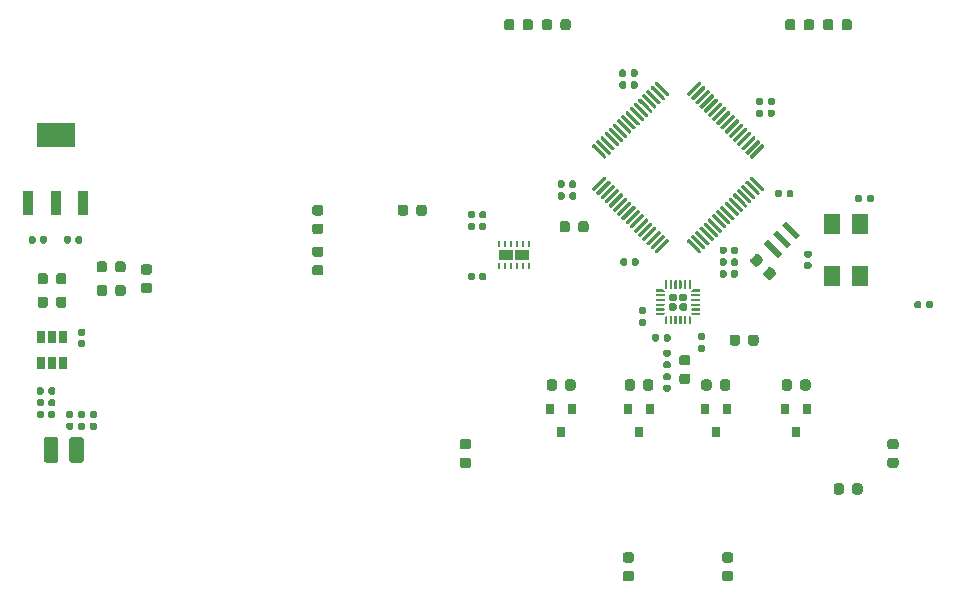
<source format=gbr>
%TF.GenerationSoftware,KiCad,Pcbnew,5.1.6-c6e7f7d~87~ubuntu18.04.1*%
%TF.CreationDate,2020-09-10T12:49:25+09:00*%
%TF.ProjectId,m5mouse,6d356d6f-7573-4652-9e6b-696361645f70,rev?*%
%TF.SameCoordinates,PX4c4b400PY8583b00*%
%TF.FileFunction,Paste,Bot*%
%TF.FilePolarity,Positive*%
%FSLAX46Y46*%
G04 Gerber Fmt 4.6, Leading zero omitted, Abs format (unit mm)*
G04 Created by KiCad (PCBNEW 5.1.6-c6e7f7d~87~ubuntu18.04.1) date 2020-09-10 12:49:25*
%MOMM*%
%LPD*%
G01*
G04 APERTURE LIST*
%ADD10R,3.250000X2.150000*%
%ADD11R,0.950000X2.150000*%
%ADD12R,0.800000X0.900000*%
%ADD13R,0.650000X1.060000*%
%ADD14R,0.250000X0.500000*%
%ADD15R,1.170000X0.950000*%
%ADD16C,0.100000*%
%ADD17R,1.400000X1.800000*%
G04 APERTURE END LIST*
%TO.C,C1*%
G36*
G01*
X24675000Y15327500D02*
X24675000Y15672500D01*
G75*
G02*
X24822500Y15820000I147500J0D01*
G01*
X25117500Y15820000D01*
G75*
G02*
X25265000Y15672500I0J-147500D01*
G01*
X25265000Y15327500D01*
G75*
G02*
X25117500Y15180000I-147500J0D01*
G01*
X24822500Y15180000D01*
G75*
G02*
X24675000Y15327500I0J147500D01*
G01*
G37*
G36*
G01*
X23705000Y15327500D02*
X23705000Y15672500D01*
G75*
G02*
X23852500Y15820000I147500J0D01*
G01*
X24147500Y15820000D01*
G75*
G02*
X24295000Y15672500I0J-147500D01*
G01*
X24295000Y15327500D01*
G75*
G02*
X24147500Y15180000I-147500J0D01*
G01*
X23852500Y15180000D01*
G75*
G02*
X23705000Y15327500I0J147500D01*
G01*
G37*
%TD*%
%TO.C,C2*%
G36*
G01*
X24690000Y16327500D02*
X24690000Y16672500D01*
G75*
G02*
X24837500Y16820000I147500J0D01*
G01*
X25132500Y16820000D01*
G75*
G02*
X25280000Y16672500I0J-147500D01*
G01*
X25280000Y16327500D01*
G75*
G02*
X25132500Y16180000I-147500J0D01*
G01*
X24837500Y16180000D01*
G75*
G02*
X24690000Y16327500I0J147500D01*
G01*
G37*
G36*
G01*
X23720000Y16327500D02*
X23720000Y16672500D01*
G75*
G02*
X23867500Y16820000I147500J0D01*
G01*
X24162500Y16820000D01*
G75*
G02*
X24310000Y16672500I0J-147500D01*
G01*
X24310000Y16327500D01*
G75*
G02*
X24162500Y16180000I-147500J0D01*
G01*
X23867500Y16180000D01*
G75*
G02*
X23720000Y16327500I0J147500D01*
G01*
G37*
%TD*%
%TO.C,C3*%
G36*
G01*
X23720000Y17327500D02*
X23720000Y17672500D01*
G75*
G02*
X23867500Y17820000I147500J0D01*
G01*
X24162500Y17820000D01*
G75*
G02*
X24310000Y17672500I0J-147500D01*
G01*
X24310000Y17327500D01*
G75*
G02*
X24162500Y17180000I-147500J0D01*
G01*
X23867500Y17180000D01*
G75*
G02*
X23720000Y17327500I0J147500D01*
G01*
G37*
G36*
G01*
X24690000Y17327500D02*
X24690000Y17672500D01*
G75*
G02*
X24837500Y17820000I147500J0D01*
G01*
X25132500Y17820000D01*
G75*
G02*
X25280000Y17672500I0J-147500D01*
G01*
X25280000Y17327500D01*
G75*
G02*
X25132500Y17180000I-147500J0D01*
G01*
X24837500Y17180000D01*
G75*
G02*
X24690000Y17327500I0J147500D01*
G01*
G37*
%TD*%
%TO.C,C4*%
G36*
G01*
X27672500Y22190000D02*
X27327500Y22190000D01*
G75*
G02*
X27180000Y22337500I0J147500D01*
G01*
X27180000Y22632500D01*
G75*
G02*
X27327500Y22780000I147500J0D01*
G01*
X27672500Y22780000D01*
G75*
G02*
X27820000Y22632500I0J-147500D01*
G01*
X27820000Y22337500D01*
G75*
G02*
X27672500Y22190000I-147500J0D01*
G01*
G37*
G36*
G01*
X27672500Y21220000D02*
X27327500Y21220000D01*
G75*
G02*
X27180000Y21367500I0J147500D01*
G01*
X27180000Y21662500D01*
G75*
G02*
X27327500Y21810000I147500J0D01*
G01*
X27672500Y21810000D01*
G75*
G02*
X27820000Y21662500I0J-147500D01*
G01*
X27820000Y21367500D01*
G75*
G02*
X27672500Y21220000I-147500J0D01*
G01*
G37*
%TD*%
%TO.C,C5*%
G36*
G01*
X28327500Y15780000D02*
X28672500Y15780000D01*
G75*
G02*
X28820000Y15632500I0J-147500D01*
G01*
X28820000Y15337500D01*
G75*
G02*
X28672500Y15190000I-147500J0D01*
G01*
X28327500Y15190000D01*
G75*
G02*
X28180000Y15337500I0J147500D01*
G01*
X28180000Y15632500D01*
G75*
G02*
X28327500Y15780000I147500J0D01*
G01*
G37*
G36*
G01*
X28327500Y14810000D02*
X28672500Y14810000D01*
G75*
G02*
X28820000Y14662500I0J-147500D01*
G01*
X28820000Y14367500D01*
G75*
G02*
X28672500Y14220000I-147500J0D01*
G01*
X28327500Y14220000D01*
G75*
G02*
X28180000Y14367500I0J147500D01*
G01*
X28180000Y14662500D01*
G75*
G02*
X28327500Y14810000I147500J0D01*
G01*
G37*
%TD*%
%TO.C,C6*%
G36*
G01*
X27327500Y15780000D02*
X27672500Y15780000D01*
G75*
G02*
X27820000Y15632500I0J-147500D01*
G01*
X27820000Y15337500D01*
G75*
G02*
X27672500Y15190000I-147500J0D01*
G01*
X27327500Y15190000D01*
G75*
G02*
X27180000Y15337500I0J147500D01*
G01*
X27180000Y15632500D01*
G75*
G02*
X27327500Y15780000I147500J0D01*
G01*
G37*
G36*
G01*
X27327500Y14810000D02*
X27672500Y14810000D01*
G75*
G02*
X27820000Y14662500I0J-147500D01*
G01*
X27820000Y14367500D01*
G75*
G02*
X27672500Y14220000I-147500J0D01*
G01*
X27327500Y14220000D01*
G75*
G02*
X27180000Y14367500I0J147500D01*
G01*
X27180000Y14662500D01*
G75*
G02*
X27327500Y14810000I147500J0D01*
G01*
G37*
%TD*%
%TO.C,C7*%
G36*
G01*
X26327500Y15780000D02*
X26672500Y15780000D01*
G75*
G02*
X26820000Y15632500I0J-147500D01*
G01*
X26820000Y15337500D01*
G75*
G02*
X26672500Y15190000I-147500J0D01*
G01*
X26327500Y15190000D01*
G75*
G02*
X26180000Y15337500I0J147500D01*
G01*
X26180000Y15632500D01*
G75*
G02*
X26327500Y15780000I147500J0D01*
G01*
G37*
G36*
G01*
X26327500Y14810000D02*
X26672500Y14810000D01*
G75*
G02*
X26820000Y14662500I0J-147500D01*
G01*
X26820000Y14367500D01*
G75*
G02*
X26672500Y14220000I-147500J0D01*
G01*
X26327500Y14220000D01*
G75*
G02*
X26180000Y14367500I0J147500D01*
G01*
X26180000Y14662500D01*
G75*
G02*
X26327500Y14810000I147500J0D01*
G01*
G37*
%TD*%
%TO.C,C8*%
G36*
G01*
X93990000Y33627500D02*
X93990000Y33972500D01*
G75*
G02*
X94137500Y34120000I147500J0D01*
G01*
X94432500Y34120000D01*
G75*
G02*
X94580000Y33972500I0J-147500D01*
G01*
X94580000Y33627500D01*
G75*
G02*
X94432500Y33480000I-147500J0D01*
G01*
X94137500Y33480000D01*
G75*
G02*
X93990000Y33627500I0J147500D01*
G01*
G37*
G36*
G01*
X93020000Y33627500D02*
X93020000Y33972500D01*
G75*
G02*
X93167500Y34120000I147500J0D01*
G01*
X93462500Y34120000D01*
G75*
G02*
X93610000Y33972500I0J-147500D01*
G01*
X93610000Y33627500D01*
G75*
G02*
X93462500Y33480000I-147500J0D01*
G01*
X93167500Y33480000D01*
G75*
G02*
X93020000Y33627500I0J147500D01*
G01*
G37*
%TD*%
%TO.C,Ce*%
G36*
G01*
X88827500Y29380000D02*
X89172500Y29380000D01*
G75*
G02*
X89320000Y29232500I0J-147500D01*
G01*
X89320000Y28937500D01*
G75*
G02*
X89172500Y28790000I-147500J0D01*
G01*
X88827500Y28790000D01*
G75*
G02*
X88680000Y28937500I0J147500D01*
G01*
X88680000Y29232500D01*
G75*
G02*
X88827500Y29380000I147500J0D01*
G01*
G37*
G36*
G01*
X88827500Y28410000D02*
X89172500Y28410000D01*
G75*
G02*
X89320000Y28262500I0J-147500D01*
G01*
X89320000Y27967500D01*
G75*
G02*
X89172500Y27820000I-147500J0D01*
G01*
X88827500Y27820000D01*
G75*
G02*
X88680000Y27967500I0J147500D01*
G01*
X88680000Y28262500D01*
G75*
G02*
X88827500Y28410000I147500J0D01*
G01*
G37*
%TD*%
%TO.C,C10*%
G36*
G01*
X85210000Y41172500D02*
X85210000Y40827500D01*
G75*
G02*
X85062500Y40680000I-147500J0D01*
G01*
X84767500Y40680000D01*
G75*
G02*
X84620000Y40827500I0J147500D01*
G01*
X84620000Y41172500D01*
G75*
G02*
X84767500Y41320000I147500J0D01*
G01*
X85062500Y41320000D01*
G75*
G02*
X85210000Y41172500I0J-147500D01*
G01*
G37*
G36*
G01*
X86180000Y41172500D02*
X86180000Y40827500D01*
G75*
G02*
X86032500Y40680000I-147500J0D01*
G01*
X85737500Y40680000D01*
G75*
G02*
X85590000Y40827500I0J147500D01*
G01*
X85590000Y41172500D01*
G75*
G02*
X85737500Y41320000I147500J0D01*
G01*
X86032500Y41320000D01*
G75*
G02*
X86180000Y41172500I0J-147500D01*
G01*
G37*
%TD*%
%TO.C,C11*%
G36*
G01*
X74680000Y28572500D02*
X74680000Y28227500D01*
G75*
G02*
X74532500Y28080000I-147500J0D01*
G01*
X74237500Y28080000D01*
G75*
G02*
X74090000Y28227500I0J147500D01*
G01*
X74090000Y28572500D01*
G75*
G02*
X74237500Y28720000I147500J0D01*
G01*
X74532500Y28720000D01*
G75*
G02*
X74680000Y28572500I0J-147500D01*
G01*
G37*
G36*
G01*
X73710000Y28572500D02*
X73710000Y28227500D01*
G75*
G02*
X73562500Y28080000I-147500J0D01*
G01*
X73267500Y28080000D01*
G75*
G02*
X73120000Y28227500I0J147500D01*
G01*
X73120000Y28572500D01*
G75*
G02*
X73267500Y28720000I147500J0D01*
G01*
X73562500Y28720000D01*
G75*
G02*
X73710000Y28572500I0J-147500D01*
G01*
G37*
%TD*%
%TO.C,C12*%
G36*
G01*
X67820000Y34827500D02*
X67820000Y35172500D01*
G75*
G02*
X67967500Y35320000I147500J0D01*
G01*
X68262500Y35320000D01*
G75*
G02*
X68410000Y35172500I0J-147500D01*
G01*
X68410000Y34827500D01*
G75*
G02*
X68262500Y34680000I-147500J0D01*
G01*
X67967500Y34680000D01*
G75*
G02*
X67820000Y34827500I0J147500D01*
G01*
G37*
G36*
G01*
X68790000Y34827500D02*
X68790000Y35172500D01*
G75*
G02*
X68937500Y35320000I147500J0D01*
G01*
X69232500Y35320000D01*
G75*
G02*
X69380000Y35172500I0J-147500D01*
G01*
X69380000Y34827500D01*
G75*
G02*
X69232500Y34680000I-147500J0D01*
G01*
X68937500Y34680000D01*
G75*
G02*
X68790000Y34827500I0J147500D01*
G01*
G37*
%TD*%
%TO.C,C13*%
G36*
G01*
X73990000Y44227500D02*
X73990000Y44572500D01*
G75*
G02*
X74137500Y44720000I147500J0D01*
G01*
X74432500Y44720000D01*
G75*
G02*
X74580000Y44572500I0J-147500D01*
G01*
X74580000Y44227500D01*
G75*
G02*
X74432500Y44080000I-147500J0D01*
G01*
X74137500Y44080000D01*
G75*
G02*
X73990000Y44227500I0J147500D01*
G01*
G37*
G36*
G01*
X73020000Y44227500D02*
X73020000Y44572500D01*
G75*
G02*
X73167500Y44720000I147500J0D01*
G01*
X73462500Y44720000D01*
G75*
G02*
X73610000Y44572500I0J-147500D01*
G01*
X73610000Y44227500D01*
G75*
G02*
X73462500Y44080000I-147500J0D01*
G01*
X73167500Y44080000D01*
G75*
G02*
X73020000Y44227500I0J147500D01*
G01*
G37*
%TD*%
%TO.C,C14*%
G36*
G01*
X84620000Y41827500D02*
X84620000Y42172500D01*
G75*
G02*
X84767500Y42320000I147500J0D01*
G01*
X85062500Y42320000D01*
G75*
G02*
X85210000Y42172500I0J-147500D01*
G01*
X85210000Y41827500D01*
G75*
G02*
X85062500Y41680000I-147500J0D01*
G01*
X84767500Y41680000D01*
G75*
G02*
X84620000Y41827500I0J147500D01*
G01*
G37*
G36*
G01*
X85590000Y41827500D02*
X85590000Y42172500D01*
G75*
G02*
X85737500Y42320000I147500J0D01*
G01*
X86032500Y42320000D01*
G75*
G02*
X86180000Y42172500I0J-147500D01*
G01*
X86180000Y41827500D01*
G75*
G02*
X86032500Y41680000I-147500J0D01*
G01*
X85737500Y41680000D01*
G75*
G02*
X85590000Y41827500I0J147500D01*
G01*
G37*
%TD*%
%TO.C,C15*%
G36*
G01*
X83080000Y29572500D02*
X83080000Y29227500D01*
G75*
G02*
X82932500Y29080000I-147500J0D01*
G01*
X82637500Y29080000D01*
G75*
G02*
X82490000Y29227500I0J147500D01*
G01*
X82490000Y29572500D01*
G75*
G02*
X82637500Y29720000I147500J0D01*
G01*
X82932500Y29720000D01*
G75*
G02*
X83080000Y29572500I0J-147500D01*
G01*
G37*
G36*
G01*
X82110000Y29572500D02*
X82110000Y29227500D01*
G75*
G02*
X81962500Y29080000I-147500J0D01*
G01*
X81667500Y29080000D01*
G75*
G02*
X81520000Y29227500I0J147500D01*
G01*
X81520000Y29572500D01*
G75*
G02*
X81667500Y29720000I147500J0D01*
G01*
X81962500Y29720000D01*
G75*
G02*
X82110000Y29572500I0J-147500D01*
G01*
G37*
%TD*%
%TO.C,C16*%
G36*
G01*
X83080000Y28572500D02*
X83080000Y28227500D01*
G75*
G02*
X82932500Y28080000I-147500J0D01*
G01*
X82637500Y28080000D01*
G75*
G02*
X82490000Y28227500I0J147500D01*
G01*
X82490000Y28572500D01*
G75*
G02*
X82637500Y28720000I147500J0D01*
G01*
X82932500Y28720000D01*
G75*
G02*
X83080000Y28572500I0J-147500D01*
G01*
G37*
G36*
G01*
X82110000Y28572500D02*
X82110000Y28227500D01*
G75*
G02*
X81962500Y28080000I-147500J0D01*
G01*
X81667500Y28080000D01*
G75*
G02*
X81520000Y28227500I0J147500D01*
G01*
X81520000Y28572500D01*
G75*
G02*
X81667500Y28720000I147500J0D01*
G01*
X81962500Y28720000D01*
G75*
G02*
X82110000Y28572500I0J-147500D01*
G01*
G37*
%TD*%
%TO.C,C17*%
G36*
G01*
X83080000Y27572500D02*
X83080000Y27227500D01*
G75*
G02*
X82932500Y27080000I-147500J0D01*
G01*
X82637500Y27080000D01*
G75*
G02*
X82490000Y27227500I0J147500D01*
G01*
X82490000Y27572500D01*
G75*
G02*
X82637500Y27720000I147500J0D01*
G01*
X82932500Y27720000D01*
G75*
G02*
X83080000Y27572500I0J-147500D01*
G01*
G37*
G36*
G01*
X82110000Y27572500D02*
X82110000Y27227500D01*
G75*
G02*
X81962500Y27080000I-147500J0D01*
G01*
X81667500Y27080000D01*
G75*
G02*
X81520000Y27227500I0J147500D01*
G01*
X81520000Y27572500D01*
G75*
G02*
X81667500Y27720000I147500J0D01*
G01*
X81962500Y27720000D01*
G75*
G02*
X82110000Y27572500I0J-147500D01*
G01*
G37*
%TD*%
%TO.C,C18*%
G36*
G01*
X76901500Y20010000D02*
X77246500Y20010000D01*
G75*
G02*
X77394000Y19862500I0J-147500D01*
G01*
X77394000Y19567500D01*
G75*
G02*
X77246500Y19420000I-147500J0D01*
G01*
X76901500Y19420000D01*
G75*
G02*
X76754000Y19567500I0J147500D01*
G01*
X76754000Y19862500D01*
G75*
G02*
X76901500Y20010000I147500J0D01*
G01*
G37*
G36*
G01*
X76901500Y20980000D02*
X77246500Y20980000D01*
G75*
G02*
X77394000Y20832500I0J-147500D01*
G01*
X77394000Y20537500D01*
G75*
G02*
X77246500Y20390000I-147500J0D01*
G01*
X76901500Y20390000D01*
G75*
G02*
X76754000Y20537500I0J147500D01*
G01*
X76754000Y20832500D01*
G75*
G02*
X76901500Y20980000I147500J0D01*
G01*
G37*
%TD*%
%TO.C,C19*%
G36*
G01*
X77246500Y18390000D02*
X76901500Y18390000D01*
G75*
G02*
X76754000Y18537500I0J147500D01*
G01*
X76754000Y18832500D01*
G75*
G02*
X76901500Y18980000I147500J0D01*
G01*
X77246500Y18980000D01*
G75*
G02*
X77394000Y18832500I0J-147500D01*
G01*
X77394000Y18537500D01*
G75*
G02*
X77246500Y18390000I-147500J0D01*
G01*
G37*
G36*
G01*
X77246500Y17420000D02*
X76901500Y17420000D01*
G75*
G02*
X76754000Y17567500I0J147500D01*
G01*
X76754000Y17862500D01*
G75*
G02*
X76901500Y18010000I147500J0D01*
G01*
X77246500Y18010000D01*
G75*
G02*
X77394000Y17862500I0J-147500D01*
G01*
X77394000Y17567500D01*
G75*
G02*
X77246500Y17420000I-147500J0D01*
G01*
G37*
%TD*%
%TO.C,C20*%
G36*
G01*
X60810000Y31596500D02*
X60810000Y31251500D01*
G75*
G02*
X60662500Y31104000I-147500J0D01*
G01*
X60367500Y31104000D01*
G75*
G02*
X60220000Y31251500I0J147500D01*
G01*
X60220000Y31596500D01*
G75*
G02*
X60367500Y31744000I147500J0D01*
G01*
X60662500Y31744000D01*
G75*
G02*
X60810000Y31596500I0J-147500D01*
G01*
G37*
G36*
G01*
X61780000Y31596500D02*
X61780000Y31251500D01*
G75*
G02*
X61632500Y31104000I-147500J0D01*
G01*
X61337500Y31104000D01*
G75*
G02*
X61190000Y31251500I0J147500D01*
G01*
X61190000Y31596500D01*
G75*
G02*
X61337500Y31744000I147500J0D01*
G01*
X61632500Y31744000D01*
G75*
G02*
X61780000Y31596500I0J-147500D01*
G01*
G37*
%TD*%
%TO.C,C21*%
G36*
G01*
X60810000Y27350500D02*
X60810000Y27005500D01*
G75*
G02*
X60662500Y26858000I-147500J0D01*
G01*
X60367500Y26858000D01*
G75*
G02*
X60220000Y27005500I0J147500D01*
G01*
X60220000Y27350500D01*
G75*
G02*
X60367500Y27498000I147500J0D01*
G01*
X60662500Y27498000D01*
G75*
G02*
X60810000Y27350500I0J-147500D01*
G01*
G37*
G36*
G01*
X61780000Y27350500D02*
X61780000Y27005500D01*
G75*
G02*
X61632500Y26858000I-147500J0D01*
G01*
X61337500Y26858000D01*
G75*
G02*
X61190000Y27005500I0J147500D01*
G01*
X61190000Y27350500D01*
G75*
G02*
X61337500Y27498000I147500J0D01*
G01*
X61632500Y27498000D01*
G75*
G02*
X61780000Y27350500I0J-147500D01*
G01*
G37*
%TD*%
%TO.C,C22*%
G36*
G01*
X99580000Y24972500D02*
X99580000Y24627500D01*
G75*
G02*
X99432500Y24480000I-147500J0D01*
G01*
X99137500Y24480000D01*
G75*
G02*
X98990000Y24627500I0J147500D01*
G01*
X98990000Y24972500D01*
G75*
G02*
X99137500Y25120000I147500J0D01*
G01*
X99432500Y25120000D01*
G75*
G02*
X99580000Y24972500I0J-147500D01*
G01*
G37*
G36*
G01*
X98610000Y24972500D02*
X98610000Y24627500D01*
G75*
G02*
X98462500Y24480000I-147500J0D01*
G01*
X98167500Y24480000D01*
G75*
G02*
X98020000Y24627500I0J147500D01*
G01*
X98020000Y24972500D01*
G75*
G02*
X98167500Y25120000I147500J0D01*
G01*
X98462500Y25120000D01*
G75*
G02*
X98610000Y24972500I0J-147500D01*
G01*
G37*
%TD*%
%TO.C,C23*%
G36*
G01*
X68410000Y34172500D02*
X68410000Y33827500D01*
G75*
G02*
X68262500Y33680000I-147500J0D01*
G01*
X67967500Y33680000D01*
G75*
G02*
X67820000Y33827500I0J147500D01*
G01*
X67820000Y34172500D01*
G75*
G02*
X67967500Y34320000I147500J0D01*
G01*
X68262500Y34320000D01*
G75*
G02*
X68410000Y34172500I0J-147500D01*
G01*
G37*
G36*
G01*
X69380000Y34172500D02*
X69380000Y33827500D01*
G75*
G02*
X69232500Y33680000I-147500J0D01*
G01*
X68937500Y33680000D01*
G75*
G02*
X68790000Y33827500I0J147500D01*
G01*
X68790000Y34172500D01*
G75*
G02*
X68937500Y34320000I147500J0D01*
G01*
X69232500Y34320000D01*
G75*
G02*
X69380000Y34172500I0J-147500D01*
G01*
G37*
%TD*%
%TO.C,C24*%
G36*
G01*
X74580000Y43572500D02*
X74580000Y43227500D01*
G75*
G02*
X74432500Y43080000I-147500J0D01*
G01*
X74137500Y43080000D01*
G75*
G02*
X73990000Y43227500I0J147500D01*
G01*
X73990000Y43572500D01*
G75*
G02*
X74137500Y43720000I147500J0D01*
G01*
X74432500Y43720000D01*
G75*
G02*
X74580000Y43572500I0J-147500D01*
G01*
G37*
G36*
G01*
X73610000Y43572500D02*
X73610000Y43227500D01*
G75*
G02*
X73462500Y43080000I-147500J0D01*
G01*
X73167500Y43080000D01*
G75*
G02*
X73020000Y43227500I0J147500D01*
G01*
X73020000Y43572500D01*
G75*
G02*
X73167500Y43720000I147500J0D01*
G01*
X73462500Y43720000D01*
G75*
G02*
X73610000Y43572500I0J-147500D01*
G01*
G37*
%TD*%
%TO.C,C25*%
G36*
G01*
X61780000Y32596500D02*
X61780000Y32251500D01*
G75*
G02*
X61632500Y32104000I-147500J0D01*
G01*
X61337500Y32104000D01*
G75*
G02*
X61190000Y32251500I0J147500D01*
G01*
X61190000Y32596500D01*
G75*
G02*
X61337500Y32744000I147500J0D01*
G01*
X61632500Y32744000D01*
G75*
G02*
X61780000Y32596500I0J-147500D01*
G01*
G37*
G36*
G01*
X60810000Y32596500D02*
X60810000Y32251500D01*
G75*
G02*
X60662500Y32104000I-147500J0D01*
G01*
X60367500Y32104000D01*
G75*
G02*
X60220000Y32251500I0J147500D01*
G01*
X60220000Y32596500D01*
G75*
G02*
X60367500Y32744000I147500J0D01*
G01*
X60662500Y32744000D01*
G75*
G02*
X60810000Y32596500I0J-147500D01*
G01*
G37*
%TD*%
%TO.C,C26*%
G36*
G01*
X26610000Y30472500D02*
X26610000Y30127500D01*
G75*
G02*
X26462500Y29980000I-147500J0D01*
G01*
X26167500Y29980000D01*
G75*
G02*
X26020000Y30127500I0J147500D01*
G01*
X26020000Y30472500D01*
G75*
G02*
X26167500Y30620000I147500J0D01*
G01*
X26462500Y30620000D01*
G75*
G02*
X26610000Y30472500I0J-147500D01*
G01*
G37*
G36*
G01*
X27580000Y30472500D02*
X27580000Y30127500D01*
G75*
G02*
X27432500Y29980000I-147500J0D01*
G01*
X27137500Y29980000D01*
G75*
G02*
X26990000Y30127500I0J147500D01*
G01*
X26990000Y30472500D01*
G75*
G02*
X27137500Y30620000I147500J0D01*
G01*
X27432500Y30620000D01*
G75*
G02*
X27580000Y30472500I0J-147500D01*
G01*
G37*
%TD*%
%TO.C,C27*%
G36*
G01*
X23990000Y30127500D02*
X23990000Y30472500D01*
G75*
G02*
X24137500Y30620000I147500J0D01*
G01*
X24432500Y30620000D01*
G75*
G02*
X24580000Y30472500I0J-147500D01*
G01*
X24580000Y30127500D01*
G75*
G02*
X24432500Y29980000I-147500J0D01*
G01*
X24137500Y29980000D01*
G75*
G02*
X23990000Y30127500I0J147500D01*
G01*
G37*
G36*
G01*
X23020000Y30127500D02*
X23020000Y30472500D01*
G75*
G02*
X23167500Y30620000I147500J0D01*
G01*
X23462500Y30620000D01*
G75*
G02*
X23610000Y30472500I0J-147500D01*
G01*
X23610000Y30127500D01*
G75*
G02*
X23462500Y29980000I-147500J0D01*
G01*
X23167500Y29980000D01*
G75*
G02*
X23020000Y30127500I0J147500D01*
G01*
G37*
%TD*%
%TO.C,C28*%
G36*
G01*
X87190000Y34027500D02*
X87190000Y34372500D01*
G75*
G02*
X87337500Y34520000I147500J0D01*
G01*
X87632500Y34520000D01*
G75*
G02*
X87780000Y34372500I0J-147500D01*
G01*
X87780000Y34027500D01*
G75*
G02*
X87632500Y33880000I-147500J0D01*
G01*
X87337500Y33880000D01*
G75*
G02*
X87190000Y34027500I0J147500D01*
G01*
G37*
G36*
G01*
X86220000Y34027500D02*
X86220000Y34372500D01*
G75*
G02*
X86367500Y34520000I147500J0D01*
G01*
X86662500Y34520000D01*
G75*
G02*
X86810000Y34372500I0J-147500D01*
G01*
X86810000Y34027500D01*
G75*
G02*
X86662500Y33880000I-147500J0D01*
G01*
X86367500Y33880000D01*
G75*
G02*
X86220000Y34027500I0J147500D01*
G01*
G37*
%TD*%
%TO.C,D1*%
G36*
G01*
X47756250Y28850000D02*
X47243750Y28850000D01*
G75*
G02*
X47025000Y29068750I0J218750D01*
G01*
X47025000Y29506250D01*
G75*
G02*
X47243750Y29725000I218750J0D01*
G01*
X47756250Y29725000D01*
G75*
G02*
X47975000Y29506250I0J-218750D01*
G01*
X47975000Y29068750D01*
G75*
G02*
X47756250Y28850000I-218750J0D01*
G01*
G37*
G36*
G01*
X47756250Y27275000D02*
X47243750Y27275000D01*
G75*
G02*
X47025000Y27493750I0J218750D01*
G01*
X47025000Y27931250D01*
G75*
G02*
X47243750Y28150000I218750J0D01*
G01*
X47756250Y28150000D01*
G75*
G02*
X47975000Y27931250I0J-218750D01*
G01*
X47975000Y27493750D01*
G75*
G02*
X47756250Y27275000I-218750J0D01*
G01*
G37*
%TD*%
%TO.C,D6*%
G36*
G01*
X90275000Y48243750D02*
X90275000Y48756250D01*
G75*
G02*
X90493750Y48975000I218750J0D01*
G01*
X90931250Y48975000D01*
G75*
G02*
X91150000Y48756250I0J-218750D01*
G01*
X91150000Y48243750D01*
G75*
G02*
X90931250Y48025000I-218750J0D01*
G01*
X90493750Y48025000D01*
G75*
G02*
X90275000Y48243750I0J218750D01*
G01*
G37*
G36*
G01*
X91850000Y48243750D02*
X91850000Y48756250D01*
G75*
G02*
X92068750Y48975000I218750J0D01*
G01*
X92506250Y48975000D01*
G75*
G02*
X92725000Y48756250I0J-218750D01*
G01*
X92725000Y48243750D01*
G75*
G02*
X92506250Y48025000I-218750J0D01*
G01*
X92068750Y48025000D01*
G75*
G02*
X91850000Y48243750I0J218750D01*
G01*
G37*
%TD*%
%TO.C,D7*%
G36*
G01*
X65725000Y48756250D02*
X65725000Y48243750D01*
G75*
G02*
X65506250Y48025000I-218750J0D01*
G01*
X65068750Y48025000D01*
G75*
G02*
X64850000Y48243750I0J218750D01*
G01*
X64850000Y48756250D01*
G75*
G02*
X65068750Y48975000I218750J0D01*
G01*
X65506250Y48975000D01*
G75*
G02*
X65725000Y48756250I0J-218750D01*
G01*
G37*
G36*
G01*
X64150000Y48756250D02*
X64150000Y48243750D01*
G75*
G02*
X63931250Y48025000I-218750J0D01*
G01*
X63493750Y48025000D01*
G75*
G02*
X63275000Y48243750I0J218750D01*
G01*
X63275000Y48756250D01*
G75*
G02*
X63493750Y48975000I218750J0D01*
G01*
X63931250Y48975000D01*
G75*
G02*
X64150000Y48756250I0J-218750D01*
G01*
G37*
%TD*%
D10*
%TO.C,IC1*%
X25300000Y39200000D03*
D11*
X25300000Y33400000D03*
X27600000Y33400000D03*
X23000000Y33400000D03*
%TD*%
%TO.C,L1*%
G36*
G01*
X24300000Y11650000D02*
X24300000Y13350000D01*
G75*
G02*
X24550000Y13600000I250000J0D01*
G01*
X25300000Y13600000D01*
G75*
G02*
X25550000Y13350000I0J-250000D01*
G01*
X25550000Y11650000D01*
G75*
G02*
X25300000Y11400000I-250000J0D01*
G01*
X24550000Y11400000D01*
G75*
G02*
X24300000Y11650000I0J250000D01*
G01*
G37*
G36*
G01*
X26450000Y11650000D02*
X26450000Y13350000D01*
G75*
G02*
X26700000Y13600000I250000J0D01*
G01*
X27450000Y13600000D01*
G75*
G02*
X27700000Y13350000I0J-250000D01*
G01*
X27700000Y11650000D01*
G75*
G02*
X27450000Y11400000I-250000J0D01*
G01*
X26700000Y11400000D01*
G75*
G02*
X26450000Y11650000I0J250000D01*
G01*
G37*
%TD*%
D12*
%TO.C,Q1*%
X87050000Y16000000D03*
X88950000Y16000000D03*
X88000000Y14000000D03*
%TD*%
%TO.C,Q3*%
X81200000Y14000000D03*
X82150000Y16000000D03*
X80250000Y16000000D03*
%TD*%
%TO.C,Q5*%
X73750000Y16000000D03*
X75650000Y16000000D03*
X74700000Y14000000D03*
%TD*%
%TO.C,Q7*%
X68100000Y14000000D03*
X69050000Y16000000D03*
X67150000Y16000000D03*
%TD*%
%TO.C,R1*%
G36*
G01*
X29650000Y26256250D02*
X29650000Y25743750D01*
G75*
G02*
X29431250Y25525000I-218750J0D01*
G01*
X28993750Y25525000D01*
G75*
G02*
X28775000Y25743750I0J218750D01*
G01*
X28775000Y26256250D01*
G75*
G02*
X28993750Y26475000I218750J0D01*
G01*
X29431250Y26475000D01*
G75*
G02*
X29650000Y26256250I0J-218750D01*
G01*
G37*
G36*
G01*
X31225000Y26256250D02*
X31225000Y25743750D01*
G75*
G02*
X31006250Y25525000I-218750J0D01*
G01*
X30568750Y25525000D01*
G75*
G02*
X30350000Y25743750I0J218750D01*
G01*
X30350000Y26256250D01*
G75*
G02*
X30568750Y26475000I218750J0D01*
G01*
X31006250Y26475000D01*
G75*
G02*
X31225000Y26256250I0J-218750D01*
G01*
G37*
%TD*%
%TO.C,R2*%
G36*
G01*
X26225000Y27256250D02*
X26225000Y26743750D01*
G75*
G02*
X26006250Y26525000I-218750J0D01*
G01*
X25568750Y26525000D01*
G75*
G02*
X25350000Y26743750I0J218750D01*
G01*
X25350000Y27256250D01*
G75*
G02*
X25568750Y27475000I218750J0D01*
G01*
X26006250Y27475000D01*
G75*
G02*
X26225000Y27256250I0J-218750D01*
G01*
G37*
G36*
G01*
X24650000Y27256250D02*
X24650000Y26743750D01*
G75*
G02*
X24431250Y26525000I-218750J0D01*
G01*
X23993750Y26525000D01*
G75*
G02*
X23775000Y26743750I0J218750D01*
G01*
X23775000Y27256250D01*
G75*
G02*
X23993750Y27475000I218750J0D01*
G01*
X24431250Y27475000D01*
G75*
G02*
X24650000Y27256250I0J-218750D01*
G01*
G37*
%TD*%
%TO.C,R3*%
G36*
G01*
X25350000Y24743750D02*
X25350000Y25256250D01*
G75*
G02*
X25568750Y25475000I218750J0D01*
G01*
X26006250Y25475000D01*
G75*
G02*
X26225000Y25256250I0J-218750D01*
G01*
X26225000Y24743750D01*
G75*
G02*
X26006250Y24525000I-218750J0D01*
G01*
X25568750Y24525000D01*
G75*
G02*
X25350000Y24743750I0J218750D01*
G01*
G37*
G36*
G01*
X23775000Y24743750D02*
X23775000Y25256250D01*
G75*
G02*
X23993750Y25475000I218750J0D01*
G01*
X24431250Y25475000D01*
G75*
G02*
X24650000Y25256250I0J-218750D01*
G01*
X24650000Y24743750D01*
G75*
G02*
X24431250Y24525000I-218750J0D01*
G01*
X23993750Y24525000D01*
G75*
G02*
X23775000Y24743750I0J218750D01*
G01*
G37*
%TD*%
%TO.C,R4*%
G36*
G01*
X84152598Y28685010D02*
X84514990Y29047403D01*
G75*
G02*
X84824350Y29047403I154680J-154680D01*
G01*
X85133709Y28738044D01*
G75*
G02*
X85133709Y28428684I-154680J-154680D01*
G01*
X84771316Y28066291D01*
G75*
G02*
X84461956Y28066291I-154680J154680D01*
G01*
X84152597Y28375650D01*
G75*
G02*
X84152597Y28685010I154680J154680D01*
G01*
G37*
G36*
G01*
X85266292Y27571316D02*
X85628684Y27933709D01*
G75*
G02*
X85938044Y27933709I154680J-154680D01*
G01*
X86247403Y27624350D01*
G75*
G02*
X86247403Y27314990I-154680J-154680D01*
G01*
X85885010Y26952597D01*
G75*
G02*
X85575650Y26952597I-154680J154680D01*
G01*
X85266291Y27261956D01*
G75*
G02*
X85266291Y27571316I154680J154680D01*
G01*
G37*
%TD*%
%TO.C,R5*%
G36*
G01*
X78838250Y19654000D02*
X78325750Y19654000D01*
G75*
G02*
X78107000Y19872750I0J218750D01*
G01*
X78107000Y20310250D01*
G75*
G02*
X78325750Y20529000I218750J0D01*
G01*
X78838250Y20529000D01*
G75*
G02*
X79057000Y20310250I0J-218750D01*
G01*
X79057000Y19872750D01*
G75*
G02*
X78838250Y19654000I-218750J0D01*
G01*
G37*
G36*
G01*
X78838250Y18079000D02*
X78325750Y18079000D01*
G75*
G02*
X78107000Y18297750I0J218750D01*
G01*
X78107000Y18735250D01*
G75*
G02*
X78325750Y18954000I218750J0D01*
G01*
X78838250Y18954000D01*
G75*
G02*
X79057000Y18735250I0J-218750D01*
G01*
X79057000Y18297750D01*
G75*
G02*
X78838250Y18079000I-218750J0D01*
G01*
G37*
%TD*%
%TO.C,R6*%
G36*
G01*
X86775000Y17743750D02*
X86775000Y18256250D01*
G75*
G02*
X86993750Y18475000I218750J0D01*
G01*
X87431250Y18475000D01*
G75*
G02*
X87650000Y18256250I0J-218750D01*
G01*
X87650000Y17743750D01*
G75*
G02*
X87431250Y17525000I-218750J0D01*
G01*
X86993750Y17525000D01*
G75*
G02*
X86775000Y17743750I0J218750D01*
G01*
G37*
G36*
G01*
X88350000Y17743750D02*
X88350000Y18256250D01*
G75*
G02*
X88568750Y18475000I218750J0D01*
G01*
X89006250Y18475000D01*
G75*
G02*
X89225000Y18256250I0J-218750D01*
G01*
X89225000Y17743750D01*
G75*
G02*
X89006250Y17525000I-218750J0D01*
G01*
X88568750Y17525000D01*
G75*
G02*
X88350000Y17743750I0J218750D01*
G01*
G37*
%TD*%
%TO.C,R7*%
G36*
G01*
X95943750Y13425000D02*
X96456250Y13425000D01*
G75*
G02*
X96675000Y13206250I0J-218750D01*
G01*
X96675000Y12768750D01*
G75*
G02*
X96456250Y12550000I-218750J0D01*
G01*
X95943750Y12550000D01*
G75*
G02*
X95725000Y12768750I0J218750D01*
G01*
X95725000Y13206250D01*
G75*
G02*
X95943750Y13425000I218750J0D01*
G01*
G37*
G36*
G01*
X95943750Y11850000D02*
X96456250Y11850000D01*
G75*
G02*
X96675000Y11631250I0J-218750D01*
G01*
X96675000Y11193750D01*
G75*
G02*
X96456250Y10975000I-218750J0D01*
G01*
X95943750Y10975000D01*
G75*
G02*
X95725000Y11193750I0J218750D01*
G01*
X95725000Y11631250D01*
G75*
G02*
X95943750Y11850000I218750J0D01*
G01*
G37*
%TD*%
%TO.C,R8*%
G36*
G01*
X81550000Y17743750D02*
X81550000Y18256250D01*
G75*
G02*
X81768750Y18475000I218750J0D01*
G01*
X82206250Y18475000D01*
G75*
G02*
X82425000Y18256250I0J-218750D01*
G01*
X82425000Y17743750D01*
G75*
G02*
X82206250Y17525000I-218750J0D01*
G01*
X81768750Y17525000D01*
G75*
G02*
X81550000Y17743750I0J218750D01*
G01*
G37*
G36*
G01*
X79975000Y17743750D02*
X79975000Y18256250D01*
G75*
G02*
X80193750Y18475000I218750J0D01*
G01*
X80631250Y18475000D01*
G75*
G02*
X80850000Y18256250I0J-218750D01*
G01*
X80850000Y17743750D01*
G75*
G02*
X80631250Y17525000I-218750J0D01*
G01*
X80193750Y17525000D01*
G75*
G02*
X79975000Y17743750I0J218750D01*
G01*
G37*
%TD*%
%TO.C,R9*%
G36*
G01*
X81943750Y3825000D02*
X82456250Y3825000D01*
G75*
G02*
X82675000Y3606250I0J-218750D01*
G01*
X82675000Y3168750D01*
G75*
G02*
X82456250Y2950000I-218750J0D01*
G01*
X81943750Y2950000D01*
G75*
G02*
X81725000Y3168750I0J218750D01*
G01*
X81725000Y3606250D01*
G75*
G02*
X81943750Y3825000I218750J0D01*
G01*
G37*
G36*
G01*
X81943750Y2250000D02*
X82456250Y2250000D01*
G75*
G02*
X82675000Y2031250I0J-218750D01*
G01*
X82675000Y1593750D01*
G75*
G02*
X82456250Y1375000I-218750J0D01*
G01*
X81943750Y1375000D01*
G75*
G02*
X81725000Y1593750I0J218750D01*
G01*
X81725000Y2031250D01*
G75*
G02*
X81943750Y2250000I218750J0D01*
G01*
G37*
%TD*%
%TO.C,R10*%
G36*
G01*
X75050000Y17743750D02*
X75050000Y18256250D01*
G75*
G02*
X75268750Y18475000I218750J0D01*
G01*
X75706250Y18475000D01*
G75*
G02*
X75925000Y18256250I0J-218750D01*
G01*
X75925000Y17743750D01*
G75*
G02*
X75706250Y17525000I-218750J0D01*
G01*
X75268750Y17525000D01*
G75*
G02*
X75050000Y17743750I0J218750D01*
G01*
G37*
G36*
G01*
X73475000Y17743750D02*
X73475000Y18256250D01*
G75*
G02*
X73693750Y18475000I218750J0D01*
G01*
X74131250Y18475000D01*
G75*
G02*
X74350000Y18256250I0J-218750D01*
G01*
X74350000Y17743750D01*
G75*
G02*
X74131250Y17525000I-218750J0D01*
G01*
X73693750Y17525000D01*
G75*
G02*
X73475000Y17743750I0J218750D01*
G01*
G37*
%TD*%
%TO.C,R11*%
G36*
G01*
X73543750Y3825000D02*
X74056250Y3825000D01*
G75*
G02*
X74275000Y3606250I0J-218750D01*
G01*
X74275000Y3168750D01*
G75*
G02*
X74056250Y2950000I-218750J0D01*
G01*
X73543750Y2950000D01*
G75*
G02*
X73325000Y3168750I0J218750D01*
G01*
X73325000Y3606250D01*
G75*
G02*
X73543750Y3825000I218750J0D01*
G01*
G37*
G36*
G01*
X73543750Y2250000D02*
X74056250Y2250000D01*
G75*
G02*
X74275000Y2031250I0J-218750D01*
G01*
X74275000Y1593750D01*
G75*
G02*
X74056250Y1375000I-218750J0D01*
G01*
X73543750Y1375000D01*
G75*
G02*
X73325000Y1593750I0J218750D01*
G01*
X73325000Y2031250D01*
G75*
G02*
X73543750Y2250000I218750J0D01*
G01*
G37*
%TD*%
%TO.C,R12*%
G36*
G01*
X68450000Y17743750D02*
X68450000Y18256250D01*
G75*
G02*
X68668750Y18475000I218750J0D01*
G01*
X69106250Y18475000D01*
G75*
G02*
X69325000Y18256250I0J-218750D01*
G01*
X69325000Y17743750D01*
G75*
G02*
X69106250Y17525000I-218750J0D01*
G01*
X68668750Y17525000D01*
G75*
G02*
X68450000Y17743750I0J218750D01*
G01*
G37*
G36*
G01*
X66875000Y17743750D02*
X66875000Y18256250D01*
G75*
G02*
X67093750Y18475000I218750J0D01*
G01*
X67531250Y18475000D01*
G75*
G02*
X67750000Y18256250I0J-218750D01*
G01*
X67750000Y17743750D01*
G75*
G02*
X67531250Y17525000I-218750J0D01*
G01*
X67093750Y17525000D01*
G75*
G02*
X66875000Y17743750I0J218750D01*
G01*
G37*
%TD*%
%TO.C,R13*%
G36*
G01*
X59743750Y13425000D02*
X60256250Y13425000D01*
G75*
G02*
X60475000Y13206250I0J-218750D01*
G01*
X60475000Y12768750D01*
G75*
G02*
X60256250Y12550000I-218750J0D01*
G01*
X59743750Y12550000D01*
G75*
G02*
X59525000Y12768750I0J218750D01*
G01*
X59525000Y13206250D01*
G75*
G02*
X59743750Y13425000I218750J0D01*
G01*
G37*
G36*
G01*
X59743750Y11850000D02*
X60256250Y11850000D01*
G75*
G02*
X60475000Y11631250I0J-218750D01*
G01*
X60475000Y11193750D01*
G75*
G02*
X60256250Y10975000I-218750J0D01*
G01*
X59743750Y10975000D01*
G75*
G02*
X59525000Y11193750I0J218750D01*
G01*
X59525000Y11631250D01*
G75*
G02*
X59743750Y11850000I218750J0D01*
G01*
G37*
%TD*%
%TO.C,R14*%
G36*
G01*
X55850000Y32543750D02*
X55850000Y33056250D01*
G75*
G02*
X56068750Y33275000I218750J0D01*
G01*
X56506250Y33275000D01*
G75*
G02*
X56725000Y33056250I0J-218750D01*
G01*
X56725000Y32543750D01*
G75*
G02*
X56506250Y32325000I-218750J0D01*
G01*
X56068750Y32325000D01*
G75*
G02*
X55850000Y32543750I0J218750D01*
G01*
G37*
G36*
G01*
X54275000Y32543750D02*
X54275000Y33056250D01*
G75*
G02*
X54493750Y33275000I218750J0D01*
G01*
X54931250Y33275000D01*
G75*
G02*
X55150000Y33056250I0J-218750D01*
G01*
X55150000Y32543750D01*
G75*
G02*
X54931250Y32325000I-218750J0D01*
G01*
X54493750Y32325000D01*
G75*
G02*
X54275000Y32543750I0J218750D01*
G01*
G37*
%TD*%
%TO.C,R15*%
G36*
G01*
X89525000Y48756250D02*
X89525000Y48243750D01*
G75*
G02*
X89306250Y48025000I-218750J0D01*
G01*
X88868750Y48025000D01*
G75*
G02*
X88650000Y48243750I0J218750D01*
G01*
X88650000Y48756250D01*
G75*
G02*
X88868750Y48975000I218750J0D01*
G01*
X89306250Y48975000D01*
G75*
G02*
X89525000Y48756250I0J-218750D01*
G01*
G37*
G36*
G01*
X87950000Y48756250D02*
X87950000Y48243750D01*
G75*
G02*
X87731250Y48025000I-218750J0D01*
G01*
X87293750Y48025000D01*
G75*
G02*
X87075000Y48243750I0J218750D01*
G01*
X87075000Y48756250D01*
G75*
G02*
X87293750Y48975000I218750J0D01*
G01*
X87731250Y48975000D01*
G75*
G02*
X87950000Y48756250I0J-218750D01*
G01*
G37*
%TD*%
%TO.C,R16*%
G36*
G01*
X68050000Y48243750D02*
X68050000Y48756250D01*
G75*
G02*
X68268750Y48975000I218750J0D01*
G01*
X68706250Y48975000D01*
G75*
G02*
X68925000Y48756250I0J-218750D01*
G01*
X68925000Y48243750D01*
G75*
G02*
X68706250Y48025000I-218750J0D01*
G01*
X68268750Y48025000D01*
G75*
G02*
X68050000Y48243750I0J218750D01*
G01*
G37*
G36*
G01*
X66475000Y48243750D02*
X66475000Y48756250D01*
G75*
G02*
X66693750Y48975000I218750J0D01*
G01*
X67131250Y48975000D01*
G75*
G02*
X67350000Y48756250I0J-218750D01*
G01*
X67350000Y48243750D01*
G75*
G02*
X67131250Y48025000I-218750J0D01*
G01*
X66693750Y48025000D01*
G75*
G02*
X66475000Y48243750I0J218750D01*
G01*
G37*
%TD*%
%TO.C,R17*%
G36*
G01*
X33256250Y25775000D02*
X32743750Y25775000D01*
G75*
G02*
X32525000Y25993750I0J218750D01*
G01*
X32525000Y26431250D01*
G75*
G02*
X32743750Y26650000I218750J0D01*
G01*
X33256250Y26650000D01*
G75*
G02*
X33475000Y26431250I0J-218750D01*
G01*
X33475000Y25993750D01*
G75*
G02*
X33256250Y25775000I-218750J0D01*
G01*
G37*
G36*
G01*
X33256250Y27350000D02*
X32743750Y27350000D01*
G75*
G02*
X32525000Y27568750I0J218750D01*
G01*
X32525000Y28006250D01*
G75*
G02*
X32743750Y28225000I218750J0D01*
G01*
X33256250Y28225000D01*
G75*
G02*
X33475000Y28006250I0J-218750D01*
G01*
X33475000Y27568750D01*
G75*
G02*
X33256250Y27350000I-218750J0D01*
G01*
G37*
%TD*%
%TO.C,R18*%
G36*
G01*
X68850000Y31656250D02*
X68850000Y31143750D01*
G75*
G02*
X68631250Y30925000I-218750J0D01*
G01*
X68193750Y30925000D01*
G75*
G02*
X67975000Y31143750I0J218750D01*
G01*
X67975000Y31656250D01*
G75*
G02*
X68193750Y31875000I218750J0D01*
G01*
X68631250Y31875000D01*
G75*
G02*
X68850000Y31656250I0J-218750D01*
G01*
G37*
G36*
G01*
X70425000Y31656250D02*
X70425000Y31143750D01*
G75*
G02*
X70206250Y30925000I-218750J0D01*
G01*
X69768750Y30925000D01*
G75*
G02*
X69550000Y31143750I0J218750D01*
G01*
X69550000Y31656250D01*
G75*
G02*
X69768750Y31875000I218750J0D01*
G01*
X70206250Y31875000D01*
G75*
G02*
X70425000Y31656250I0J-218750D01*
G01*
G37*
%TD*%
%TO.C,R19*%
G36*
G01*
X29650000Y28256250D02*
X29650000Y27743750D01*
G75*
G02*
X29431250Y27525000I-218750J0D01*
G01*
X28993750Y27525000D01*
G75*
G02*
X28775000Y27743750I0J218750D01*
G01*
X28775000Y28256250D01*
G75*
G02*
X28993750Y28475000I218750J0D01*
G01*
X29431250Y28475000D01*
G75*
G02*
X29650000Y28256250I0J-218750D01*
G01*
G37*
G36*
G01*
X31225000Y28256250D02*
X31225000Y27743750D01*
G75*
G02*
X31006250Y27525000I-218750J0D01*
G01*
X30568750Y27525000D01*
G75*
G02*
X30350000Y27743750I0J218750D01*
G01*
X30350000Y28256250D01*
G75*
G02*
X30568750Y28475000I218750J0D01*
G01*
X31006250Y28475000D01*
G75*
G02*
X31225000Y28256250I0J-218750D01*
G01*
G37*
%TD*%
%TO.C,R20*%
G36*
G01*
X47243750Y33225000D02*
X47756250Y33225000D01*
G75*
G02*
X47975000Y33006250I0J-218750D01*
G01*
X47975000Y32568750D01*
G75*
G02*
X47756250Y32350000I-218750J0D01*
G01*
X47243750Y32350000D01*
G75*
G02*
X47025000Y32568750I0J218750D01*
G01*
X47025000Y33006250D01*
G75*
G02*
X47243750Y33225000I218750J0D01*
G01*
G37*
G36*
G01*
X47243750Y31650000D02*
X47756250Y31650000D01*
G75*
G02*
X47975000Y31431250I0J-218750D01*
G01*
X47975000Y30993750D01*
G75*
G02*
X47756250Y30775000I-218750J0D01*
G01*
X47243750Y30775000D01*
G75*
G02*
X47025000Y30993750I0J218750D01*
G01*
X47025000Y31431250D01*
G75*
G02*
X47243750Y31650000I218750J0D01*
G01*
G37*
%TD*%
D13*
%TO.C,U1*%
X25950000Y19900000D03*
X25000000Y19900000D03*
X24050000Y19900000D03*
X24050000Y22100000D03*
X25950000Y22100000D03*
X25000000Y22100000D03*
%TD*%
%TO.C,U2*%
G36*
G01*
X85265522Y34543844D02*
X85159456Y34437778D01*
G75*
G02*
X85053390Y34437778I-53033J53033D01*
G01*
X84063440Y35427728D01*
G75*
G02*
X84063440Y35533794I53033J53033D01*
G01*
X84169506Y35639860D01*
G75*
G02*
X84275572Y35639860I53033J-53033D01*
G01*
X85265522Y34649910D01*
G75*
G02*
X85265522Y34543844I-53033J-53033D01*
G01*
G37*
G36*
G01*
X84911969Y34190291D02*
X84805903Y34084225D01*
G75*
G02*
X84699837Y34084225I-53033J53033D01*
G01*
X83709887Y35074175D01*
G75*
G02*
X83709887Y35180241I53033J53033D01*
G01*
X83815953Y35286307D01*
G75*
G02*
X83922019Y35286307I53033J-53033D01*
G01*
X84911969Y34296357D01*
G75*
G02*
X84911969Y34190291I-53033J-53033D01*
G01*
G37*
G36*
G01*
X84558416Y33836738D02*
X84452350Y33730672D01*
G75*
G02*
X84346284Y33730672I-53033J53033D01*
G01*
X83356334Y34720622D01*
G75*
G02*
X83356334Y34826688I53033J53033D01*
G01*
X83462400Y34932754D01*
G75*
G02*
X83568466Y34932754I53033J-53033D01*
G01*
X84558416Y33942804D01*
G75*
G02*
X84558416Y33836738I-53033J-53033D01*
G01*
G37*
G36*
G01*
X84204862Y33483184D02*
X84098796Y33377118D01*
G75*
G02*
X83992730Y33377118I-53033J53033D01*
G01*
X83002780Y34367068D01*
G75*
G02*
X83002780Y34473134I53033J53033D01*
G01*
X83108846Y34579200D01*
G75*
G02*
X83214912Y34579200I53033J-53033D01*
G01*
X84204862Y33589250D01*
G75*
G02*
X84204862Y33483184I-53033J-53033D01*
G01*
G37*
G36*
G01*
X83851309Y33129631D02*
X83745243Y33023565D01*
G75*
G02*
X83639177Y33023565I-53033J53033D01*
G01*
X82649227Y34013515D01*
G75*
G02*
X82649227Y34119581I53033J53033D01*
G01*
X82755293Y34225647D01*
G75*
G02*
X82861359Y34225647I53033J-53033D01*
G01*
X83851309Y33235697D01*
G75*
G02*
X83851309Y33129631I-53033J-53033D01*
G01*
G37*
G36*
G01*
X83497755Y32776077D02*
X83391689Y32670011D01*
G75*
G02*
X83285623Y32670011I-53033J53033D01*
G01*
X82295673Y33659961D01*
G75*
G02*
X82295673Y33766027I53033J53033D01*
G01*
X82401739Y33872093D01*
G75*
G02*
X82507805Y33872093I53033J-53033D01*
G01*
X83497755Y32882143D01*
G75*
G02*
X83497755Y32776077I-53033J-53033D01*
G01*
G37*
G36*
G01*
X83144202Y32422524D02*
X83038136Y32316458D01*
G75*
G02*
X82932070Y32316458I-53033J53033D01*
G01*
X81942120Y33306408D01*
G75*
G02*
X81942120Y33412474I53033J53033D01*
G01*
X82048186Y33518540D01*
G75*
G02*
X82154252Y33518540I53033J-53033D01*
G01*
X83144202Y32528590D01*
G75*
G02*
X83144202Y32422524I-53033J-53033D01*
G01*
G37*
G36*
G01*
X82790649Y32068971D02*
X82684583Y31962905D01*
G75*
G02*
X82578517Y31962905I-53033J53033D01*
G01*
X81588567Y32952855D01*
G75*
G02*
X81588567Y33058921I53033J53033D01*
G01*
X81694633Y33164987D01*
G75*
G02*
X81800699Y33164987I53033J-53033D01*
G01*
X82790649Y32175037D01*
G75*
G02*
X82790649Y32068971I-53033J-53033D01*
G01*
G37*
G36*
G01*
X82437095Y31715417D02*
X82331029Y31609351D01*
G75*
G02*
X82224963Y31609351I-53033J53033D01*
G01*
X81235013Y32599301D01*
G75*
G02*
X81235013Y32705367I53033J53033D01*
G01*
X81341079Y32811433D01*
G75*
G02*
X81447145Y32811433I53033J-53033D01*
G01*
X82437095Y31821483D01*
G75*
G02*
X82437095Y31715417I-53033J-53033D01*
G01*
G37*
G36*
G01*
X82083542Y31361864D02*
X81977476Y31255798D01*
G75*
G02*
X81871410Y31255798I-53033J53033D01*
G01*
X80881460Y32245748D01*
G75*
G02*
X80881460Y32351814I53033J53033D01*
G01*
X80987526Y32457880D01*
G75*
G02*
X81093592Y32457880I53033J-53033D01*
G01*
X82083542Y31467930D01*
G75*
G02*
X82083542Y31361864I-53033J-53033D01*
G01*
G37*
G36*
G01*
X81729989Y31008311D02*
X81623923Y30902245D01*
G75*
G02*
X81517857Y30902245I-53033J53033D01*
G01*
X80527907Y31892195D01*
G75*
G02*
X80527907Y31998261I53033J53033D01*
G01*
X80633973Y32104327D01*
G75*
G02*
X80740039Y32104327I53033J-53033D01*
G01*
X81729989Y31114377D01*
G75*
G02*
X81729989Y31008311I-53033J-53033D01*
G01*
G37*
G36*
G01*
X81376435Y30654757D02*
X81270369Y30548691D01*
G75*
G02*
X81164303Y30548691I-53033J53033D01*
G01*
X80174353Y31538641D01*
G75*
G02*
X80174353Y31644707I53033J53033D01*
G01*
X80280419Y31750773D01*
G75*
G02*
X80386485Y31750773I53033J-53033D01*
G01*
X81376435Y30760823D01*
G75*
G02*
X81376435Y30654757I-53033J-53033D01*
G01*
G37*
G36*
G01*
X81022882Y30301204D02*
X80916816Y30195138D01*
G75*
G02*
X80810750Y30195138I-53033J53033D01*
G01*
X79820800Y31185088D01*
G75*
G02*
X79820800Y31291154I53033J53033D01*
G01*
X79926866Y31397220D01*
G75*
G02*
X80032932Y31397220I53033J-53033D01*
G01*
X81022882Y30407270D01*
G75*
G02*
X81022882Y30301204I-53033J-53033D01*
G01*
G37*
G36*
G01*
X80669328Y29947650D02*
X80563262Y29841584D01*
G75*
G02*
X80457196Y29841584I-53033J53033D01*
G01*
X79467246Y30831534D01*
G75*
G02*
X79467246Y30937600I53033J53033D01*
G01*
X79573312Y31043666D01*
G75*
G02*
X79679378Y31043666I53033J-53033D01*
G01*
X80669328Y30053716D01*
G75*
G02*
X80669328Y29947650I-53033J-53033D01*
G01*
G37*
G36*
G01*
X80315775Y29594097D02*
X80209709Y29488031D01*
G75*
G02*
X80103643Y29488031I-53033J53033D01*
G01*
X79113693Y30477981D01*
G75*
G02*
X79113693Y30584047I53033J53033D01*
G01*
X79219759Y30690113D01*
G75*
G02*
X79325825Y30690113I53033J-53033D01*
G01*
X80315775Y29700163D01*
G75*
G02*
X80315775Y29594097I-53033J-53033D01*
G01*
G37*
G36*
G01*
X79962222Y29240544D02*
X79856156Y29134478D01*
G75*
G02*
X79750090Y29134478I-53033J53033D01*
G01*
X78760140Y30124428D01*
G75*
G02*
X78760140Y30230494I53033J53033D01*
G01*
X78866206Y30336560D01*
G75*
G02*
X78972272Y30336560I53033J-53033D01*
G01*
X79962222Y29346610D01*
G75*
G02*
X79962222Y29240544I-53033J-53033D01*
G01*
G37*
G36*
G01*
X77239860Y30124428D02*
X76249910Y29134478D01*
G75*
G02*
X76143844Y29134478I-53033J53033D01*
G01*
X76037778Y29240544D01*
G75*
G02*
X76037778Y29346610I53033J53033D01*
G01*
X77027728Y30336560D01*
G75*
G02*
X77133794Y30336560I53033J-53033D01*
G01*
X77239860Y30230494D01*
G75*
G02*
X77239860Y30124428I-53033J-53033D01*
G01*
G37*
G36*
G01*
X76886307Y30477981D02*
X75896357Y29488031D01*
G75*
G02*
X75790291Y29488031I-53033J53033D01*
G01*
X75684225Y29594097D01*
G75*
G02*
X75684225Y29700163I53033J53033D01*
G01*
X76674175Y30690113D01*
G75*
G02*
X76780241Y30690113I53033J-53033D01*
G01*
X76886307Y30584047D01*
G75*
G02*
X76886307Y30477981I-53033J-53033D01*
G01*
G37*
G36*
G01*
X76532754Y30831534D02*
X75542804Y29841584D01*
G75*
G02*
X75436738Y29841584I-53033J53033D01*
G01*
X75330672Y29947650D01*
G75*
G02*
X75330672Y30053716I53033J53033D01*
G01*
X76320622Y31043666D01*
G75*
G02*
X76426688Y31043666I53033J-53033D01*
G01*
X76532754Y30937600D01*
G75*
G02*
X76532754Y30831534I-53033J-53033D01*
G01*
G37*
G36*
G01*
X76179200Y31185088D02*
X75189250Y30195138D01*
G75*
G02*
X75083184Y30195138I-53033J53033D01*
G01*
X74977118Y30301204D01*
G75*
G02*
X74977118Y30407270I53033J53033D01*
G01*
X75967068Y31397220D01*
G75*
G02*
X76073134Y31397220I53033J-53033D01*
G01*
X76179200Y31291154D01*
G75*
G02*
X76179200Y31185088I-53033J-53033D01*
G01*
G37*
G36*
G01*
X75825647Y31538641D02*
X74835697Y30548691D01*
G75*
G02*
X74729631Y30548691I-53033J53033D01*
G01*
X74623565Y30654757D01*
G75*
G02*
X74623565Y30760823I53033J53033D01*
G01*
X75613515Y31750773D01*
G75*
G02*
X75719581Y31750773I53033J-53033D01*
G01*
X75825647Y31644707D01*
G75*
G02*
X75825647Y31538641I-53033J-53033D01*
G01*
G37*
G36*
G01*
X75472093Y31892195D02*
X74482143Y30902245D01*
G75*
G02*
X74376077Y30902245I-53033J53033D01*
G01*
X74270011Y31008311D01*
G75*
G02*
X74270011Y31114377I53033J53033D01*
G01*
X75259961Y32104327D01*
G75*
G02*
X75366027Y32104327I53033J-53033D01*
G01*
X75472093Y31998261D01*
G75*
G02*
X75472093Y31892195I-53033J-53033D01*
G01*
G37*
G36*
G01*
X75118540Y32245748D02*
X74128590Y31255798D01*
G75*
G02*
X74022524Y31255798I-53033J53033D01*
G01*
X73916458Y31361864D01*
G75*
G02*
X73916458Y31467930I53033J53033D01*
G01*
X74906408Y32457880D01*
G75*
G02*
X75012474Y32457880I53033J-53033D01*
G01*
X75118540Y32351814D01*
G75*
G02*
X75118540Y32245748I-53033J-53033D01*
G01*
G37*
G36*
G01*
X74764987Y32599301D02*
X73775037Y31609351D01*
G75*
G02*
X73668971Y31609351I-53033J53033D01*
G01*
X73562905Y31715417D01*
G75*
G02*
X73562905Y31821483I53033J53033D01*
G01*
X74552855Y32811433D01*
G75*
G02*
X74658921Y32811433I53033J-53033D01*
G01*
X74764987Y32705367D01*
G75*
G02*
X74764987Y32599301I-53033J-53033D01*
G01*
G37*
G36*
G01*
X74411433Y32952855D02*
X73421483Y31962905D01*
G75*
G02*
X73315417Y31962905I-53033J53033D01*
G01*
X73209351Y32068971D01*
G75*
G02*
X73209351Y32175037I53033J53033D01*
G01*
X74199301Y33164987D01*
G75*
G02*
X74305367Y33164987I53033J-53033D01*
G01*
X74411433Y33058921D01*
G75*
G02*
X74411433Y32952855I-53033J-53033D01*
G01*
G37*
G36*
G01*
X74057880Y33306408D02*
X73067930Y32316458D01*
G75*
G02*
X72961864Y32316458I-53033J53033D01*
G01*
X72855798Y32422524D01*
G75*
G02*
X72855798Y32528590I53033J53033D01*
G01*
X73845748Y33518540D01*
G75*
G02*
X73951814Y33518540I53033J-53033D01*
G01*
X74057880Y33412474D01*
G75*
G02*
X74057880Y33306408I-53033J-53033D01*
G01*
G37*
G36*
G01*
X73704327Y33659961D02*
X72714377Y32670011D01*
G75*
G02*
X72608311Y32670011I-53033J53033D01*
G01*
X72502245Y32776077D01*
G75*
G02*
X72502245Y32882143I53033J53033D01*
G01*
X73492195Y33872093D01*
G75*
G02*
X73598261Y33872093I53033J-53033D01*
G01*
X73704327Y33766027D01*
G75*
G02*
X73704327Y33659961I-53033J-53033D01*
G01*
G37*
G36*
G01*
X73350773Y34013515D02*
X72360823Y33023565D01*
G75*
G02*
X72254757Y33023565I-53033J53033D01*
G01*
X72148691Y33129631D01*
G75*
G02*
X72148691Y33235697I53033J53033D01*
G01*
X73138641Y34225647D01*
G75*
G02*
X73244707Y34225647I53033J-53033D01*
G01*
X73350773Y34119581D01*
G75*
G02*
X73350773Y34013515I-53033J-53033D01*
G01*
G37*
G36*
G01*
X72997220Y34367068D02*
X72007270Y33377118D01*
G75*
G02*
X71901204Y33377118I-53033J53033D01*
G01*
X71795138Y33483184D01*
G75*
G02*
X71795138Y33589250I53033J53033D01*
G01*
X72785088Y34579200D01*
G75*
G02*
X72891154Y34579200I53033J-53033D01*
G01*
X72997220Y34473134D01*
G75*
G02*
X72997220Y34367068I-53033J-53033D01*
G01*
G37*
G36*
G01*
X72643666Y34720622D02*
X71653716Y33730672D01*
G75*
G02*
X71547650Y33730672I-53033J53033D01*
G01*
X71441584Y33836738D01*
G75*
G02*
X71441584Y33942804I53033J53033D01*
G01*
X72431534Y34932754D01*
G75*
G02*
X72537600Y34932754I53033J-53033D01*
G01*
X72643666Y34826688D01*
G75*
G02*
X72643666Y34720622I-53033J-53033D01*
G01*
G37*
G36*
G01*
X72290113Y35074175D02*
X71300163Y34084225D01*
G75*
G02*
X71194097Y34084225I-53033J53033D01*
G01*
X71088031Y34190291D01*
G75*
G02*
X71088031Y34296357I53033J53033D01*
G01*
X72077981Y35286307D01*
G75*
G02*
X72184047Y35286307I53033J-53033D01*
G01*
X72290113Y35180241D01*
G75*
G02*
X72290113Y35074175I-53033J-53033D01*
G01*
G37*
G36*
G01*
X71936560Y35427728D02*
X70946610Y34437778D01*
G75*
G02*
X70840544Y34437778I-53033J53033D01*
G01*
X70734478Y34543844D01*
G75*
G02*
X70734478Y34649910I53033J53033D01*
G01*
X71724428Y35639860D01*
G75*
G02*
X71830494Y35639860I53033J-53033D01*
G01*
X71936560Y35533794D01*
G75*
G02*
X71936560Y35427728I-53033J-53033D01*
G01*
G37*
G36*
G01*
X71936560Y37266206D02*
X71830494Y37160140D01*
G75*
G02*
X71724428Y37160140I-53033J53033D01*
G01*
X70734478Y38150090D01*
G75*
G02*
X70734478Y38256156I53033J53033D01*
G01*
X70840544Y38362222D01*
G75*
G02*
X70946610Y38362222I53033J-53033D01*
G01*
X71936560Y37372272D01*
G75*
G02*
X71936560Y37266206I-53033J-53033D01*
G01*
G37*
G36*
G01*
X72290113Y37619759D02*
X72184047Y37513693D01*
G75*
G02*
X72077981Y37513693I-53033J53033D01*
G01*
X71088031Y38503643D01*
G75*
G02*
X71088031Y38609709I53033J53033D01*
G01*
X71194097Y38715775D01*
G75*
G02*
X71300163Y38715775I53033J-53033D01*
G01*
X72290113Y37725825D01*
G75*
G02*
X72290113Y37619759I-53033J-53033D01*
G01*
G37*
G36*
G01*
X72643666Y37973312D02*
X72537600Y37867246D01*
G75*
G02*
X72431534Y37867246I-53033J53033D01*
G01*
X71441584Y38857196D01*
G75*
G02*
X71441584Y38963262I53033J53033D01*
G01*
X71547650Y39069328D01*
G75*
G02*
X71653716Y39069328I53033J-53033D01*
G01*
X72643666Y38079378D01*
G75*
G02*
X72643666Y37973312I-53033J-53033D01*
G01*
G37*
G36*
G01*
X72997220Y38326866D02*
X72891154Y38220800D01*
G75*
G02*
X72785088Y38220800I-53033J53033D01*
G01*
X71795138Y39210750D01*
G75*
G02*
X71795138Y39316816I53033J53033D01*
G01*
X71901204Y39422882D01*
G75*
G02*
X72007270Y39422882I53033J-53033D01*
G01*
X72997220Y38432932D01*
G75*
G02*
X72997220Y38326866I-53033J-53033D01*
G01*
G37*
G36*
G01*
X73350773Y38680419D02*
X73244707Y38574353D01*
G75*
G02*
X73138641Y38574353I-53033J53033D01*
G01*
X72148691Y39564303D01*
G75*
G02*
X72148691Y39670369I53033J53033D01*
G01*
X72254757Y39776435D01*
G75*
G02*
X72360823Y39776435I53033J-53033D01*
G01*
X73350773Y38786485D01*
G75*
G02*
X73350773Y38680419I-53033J-53033D01*
G01*
G37*
G36*
G01*
X73704327Y39033973D02*
X73598261Y38927907D01*
G75*
G02*
X73492195Y38927907I-53033J53033D01*
G01*
X72502245Y39917857D01*
G75*
G02*
X72502245Y40023923I53033J53033D01*
G01*
X72608311Y40129989D01*
G75*
G02*
X72714377Y40129989I53033J-53033D01*
G01*
X73704327Y39140039D01*
G75*
G02*
X73704327Y39033973I-53033J-53033D01*
G01*
G37*
G36*
G01*
X74057880Y39387526D02*
X73951814Y39281460D01*
G75*
G02*
X73845748Y39281460I-53033J53033D01*
G01*
X72855798Y40271410D01*
G75*
G02*
X72855798Y40377476I53033J53033D01*
G01*
X72961864Y40483542D01*
G75*
G02*
X73067930Y40483542I53033J-53033D01*
G01*
X74057880Y39493592D01*
G75*
G02*
X74057880Y39387526I-53033J-53033D01*
G01*
G37*
G36*
G01*
X74411433Y39741079D02*
X74305367Y39635013D01*
G75*
G02*
X74199301Y39635013I-53033J53033D01*
G01*
X73209351Y40624963D01*
G75*
G02*
X73209351Y40731029I53033J53033D01*
G01*
X73315417Y40837095D01*
G75*
G02*
X73421483Y40837095I53033J-53033D01*
G01*
X74411433Y39847145D01*
G75*
G02*
X74411433Y39741079I-53033J-53033D01*
G01*
G37*
G36*
G01*
X74764987Y40094633D02*
X74658921Y39988567D01*
G75*
G02*
X74552855Y39988567I-53033J53033D01*
G01*
X73562905Y40978517D01*
G75*
G02*
X73562905Y41084583I53033J53033D01*
G01*
X73668971Y41190649D01*
G75*
G02*
X73775037Y41190649I53033J-53033D01*
G01*
X74764987Y40200699D01*
G75*
G02*
X74764987Y40094633I-53033J-53033D01*
G01*
G37*
G36*
G01*
X75118540Y40448186D02*
X75012474Y40342120D01*
G75*
G02*
X74906408Y40342120I-53033J53033D01*
G01*
X73916458Y41332070D01*
G75*
G02*
X73916458Y41438136I53033J53033D01*
G01*
X74022524Y41544202D01*
G75*
G02*
X74128590Y41544202I53033J-53033D01*
G01*
X75118540Y40554252D01*
G75*
G02*
X75118540Y40448186I-53033J-53033D01*
G01*
G37*
G36*
G01*
X75472093Y40801739D02*
X75366027Y40695673D01*
G75*
G02*
X75259961Y40695673I-53033J53033D01*
G01*
X74270011Y41685623D01*
G75*
G02*
X74270011Y41791689I53033J53033D01*
G01*
X74376077Y41897755D01*
G75*
G02*
X74482143Y41897755I53033J-53033D01*
G01*
X75472093Y40907805D01*
G75*
G02*
X75472093Y40801739I-53033J-53033D01*
G01*
G37*
G36*
G01*
X75825647Y41155293D02*
X75719581Y41049227D01*
G75*
G02*
X75613515Y41049227I-53033J53033D01*
G01*
X74623565Y42039177D01*
G75*
G02*
X74623565Y42145243I53033J53033D01*
G01*
X74729631Y42251309D01*
G75*
G02*
X74835697Y42251309I53033J-53033D01*
G01*
X75825647Y41261359D01*
G75*
G02*
X75825647Y41155293I-53033J-53033D01*
G01*
G37*
G36*
G01*
X76179200Y41508846D02*
X76073134Y41402780D01*
G75*
G02*
X75967068Y41402780I-53033J53033D01*
G01*
X74977118Y42392730D01*
G75*
G02*
X74977118Y42498796I53033J53033D01*
G01*
X75083184Y42604862D01*
G75*
G02*
X75189250Y42604862I53033J-53033D01*
G01*
X76179200Y41614912D01*
G75*
G02*
X76179200Y41508846I-53033J-53033D01*
G01*
G37*
G36*
G01*
X76532754Y41862400D02*
X76426688Y41756334D01*
G75*
G02*
X76320622Y41756334I-53033J53033D01*
G01*
X75330672Y42746284D01*
G75*
G02*
X75330672Y42852350I53033J53033D01*
G01*
X75436738Y42958416D01*
G75*
G02*
X75542804Y42958416I53033J-53033D01*
G01*
X76532754Y41968466D01*
G75*
G02*
X76532754Y41862400I-53033J-53033D01*
G01*
G37*
G36*
G01*
X76886307Y42215953D02*
X76780241Y42109887D01*
G75*
G02*
X76674175Y42109887I-53033J53033D01*
G01*
X75684225Y43099837D01*
G75*
G02*
X75684225Y43205903I53033J53033D01*
G01*
X75790291Y43311969D01*
G75*
G02*
X75896357Y43311969I53033J-53033D01*
G01*
X76886307Y42322019D01*
G75*
G02*
X76886307Y42215953I-53033J-53033D01*
G01*
G37*
G36*
G01*
X77239860Y42569506D02*
X77133794Y42463440D01*
G75*
G02*
X77027728Y42463440I-53033J53033D01*
G01*
X76037778Y43453390D01*
G75*
G02*
X76037778Y43559456I53033J53033D01*
G01*
X76143844Y43665522D01*
G75*
G02*
X76249910Y43665522I53033J-53033D01*
G01*
X77239860Y42675572D01*
G75*
G02*
X77239860Y42569506I-53033J-53033D01*
G01*
G37*
G36*
G01*
X79962222Y43453390D02*
X78972272Y42463440D01*
G75*
G02*
X78866206Y42463440I-53033J53033D01*
G01*
X78760140Y42569506D01*
G75*
G02*
X78760140Y42675572I53033J53033D01*
G01*
X79750090Y43665522D01*
G75*
G02*
X79856156Y43665522I53033J-53033D01*
G01*
X79962222Y43559456D01*
G75*
G02*
X79962222Y43453390I-53033J-53033D01*
G01*
G37*
G36*
G01*
X80315775Y43099837D02*
X79325825Y42109887D01*
G75*
G02*
X79219759Y42109887I-53033J53033D01*
G01*
X79113693Y42215953D01*
G75*
G02*
X79113693Y42322019I53033J53033D01*
G01*
X80103643Y43311969D01*
G75*
G02*
X80209709Y43311969I53033J-53033D01*
G01*
X80315775Y43205903D01*
G75*
G02*
X80315775Y43099837I-53033J-53033D01*
G01*
G37*
G36*
G01*
X80669328Y42746284D02*
X79679378Y41756334D01*
G75*
G02*
X79573312Y41756334I-53033J53033D01*
G01*
X79467246Y41862400D01*
G75*
G02*
X79467246Y41968466I53033J53033D01*
G01*
X80457196Y42958416D01*
G75*
G02*
X80563262Y42958416I53033J-53033D01*
G01*
X80669328Y42852350D01*
G75*
G02*
X80669328Y42746284I-53033J-53033D01*
G01*
G37*
G36*
G01*
X81022882Y42392730D02*
X80032932Y41402780D01*
G75*
G02*
X79926866Y41402780I-53033J53033D01*
G01*
X79820800Y41508846D01*
G75*
G02*
X79820800Y41614912I53033J53033D01*
G01*
X80810750Y42604862D01*
G75*
G02*
X80916816Y42604862I53033J-53033D01*
G01*
X81022882Y42498796D01*
G75*
G02*
X81022882Y42392730I-53033J-53033D01*
G01*
G37*
G36*
G01*
X81376435Y42039177D02*
X80386485Y41049227D01*
G75*
G02*
X80280419Y41049227I-53033J53033D01*
G01*
X80174353Y41155293D01*
G75*
G02*
X80174353Y41261359I53033J53033D01*
G01*
X81164303Y42251309D01*
G75*
G02*
X81270369Y42251309I53033J-53033D01*
G01*
X81376435Y42145243D01*
G75*
G02*
X81376435Y42039177I-53033J-53033D01*
G01*
G37*
G36*
G01*
X81729989Y41685623D02*
X80740039Y40695673D01*
G75*
G02*
X80633973Y40695673I-53033J53033D01*
G01*
X80527907Y40801739D01*
G75*
G02*
X80527907Y40907805I53033J53033D01*
G01*
X81517857Y41897755D01*
G75*
G02*
X81623923Y41897755I53033J-53033D01*
G01*
X81729989Y41791689D01*
G75*
G02*
X81729989Y41685623I-53033J-53033D01*
G01*
G37*
G36*
G01*
X82083542Y41332070D02*
X81093592Y40342120D01*
G75*
G02*
X80987526Y40342120I-53033J53033D01*
G01*
X80881460Y40448186D01*
G75*
G02*
X80881460Y40554252I53033J53033D01*
G01*
X81871410Y41544202D01*
G75*
G02*
X81977476Y41544202I53033J-53033D01*
G01*
X82083542Y41438136D01*
G75*
G02*
X82083542Y41332070I-53033J-53033D01*
G01*
G37*
G36*
G01*
X82437095Y40978517D02*
X81447145Y39988567D01*
G75*
G02*
X81341079Y39988567I-53033J53033D01*
G01*
X81235013Y40094633D01*
G75*
G02*
X81235013Y40200699I53033J53033D01*
G01*
X82224963Y41190649D01*
G75*
G02*
X82331029Y41190649I53033J-53033D01*
G01*
X82437095Y41084583D01*
G75*
G02*
X82437095Y40978517I-53033J-53033D01*
G01*
G37*
G36*
G01*
X82790649Y40624963D02*
X81800699Y39635013D01*
G75*
G02*
X81694633Y39635013I-53033J53033D01*
G01*
X81588567Y39741079D01*
G75*
G02*
X81588567Y39847145I53033J53033D01*
G01*
X82578517Y40837095D01*
G75*
G02*
X82684583Y40837095I53033J-53033D01*
G01*
X82790649Y40731029D01*
G75*
G02*
X82790649Y40624963I-53033J-53033D01*
G01*
G37*
G36*
G01*
X83144202Y40271410D02*
X82154252Y39281460D01*
G75*
G02*
X82048186Y39281460I-53033J53033D01*
G01*
X81942120Y39387526D01*
G75*
G02*
X81942120Y39493592I53033J53033D01*
G01*
X82932070Y40483542D01*
G75*
G02*
X83038136Y40483542I53033J-53033D01*
G01*
X83144202Y40377476D01*
G75*
G02*
X83144202Y40271410I-53033J-53033D01*
G01*
G37*
G36*
G01*
X83497755Y39917857D02*
X82507805Y38927907D01*
G75*
G02*
X82401739Y38927907I-53033J53033D01*
G01*
X82295673Y39033973D01*
G75*
G02*
X82295673Y39140039I53033J53033D01*
G01*
X83285623Y40129989D01*
G75*
G02*
X83391689Y40129989I53033J-53033D01*
G01*
X83497755Y40023923D01*
G75*
G02*
X83497755Y39917857I-53033J-53033D01*
G01*
G37*
G36*
G01*
X83851309Y39564303D02*
X82861359Y38574353D01*
G75*
G02*
X82755293Y38574353I-53033J53033D01*
G01*
X82649227Y38680419D01*
G75*
G02*
X82649227Y38786485I53033J53033D01*
G01*
X83639177Y39776435D01*
G75*
G02*
X83745243Y39776435I53033J-53033D01*
G01*
X83851309Y39670369D01*
G75*
G02*
X83851309Y39564303I-53033J-53033D01*
G01*
G37*
G36*
G01*
X84204862Y39210750D02*
X83214912Y38220800D01*
G75*
G02*
X83108846Y38220800I-53033J53033D01*
G01*
X83002780Y38326866D01*
G75*
G02*
X83002780Y38432932I53033J53033D01*
G01*
X83992730Y39422882D01*
G75*
G02*
X84098796Y39422882I53033J-53033D01*
G01*
X84204862Y39316816D01*
G75*
G02*
X84204862Y39210750I-53033J-53033D01*
G01*
G37*
G36*
G01*
X84558416Y38857196D02*
X83568466Y37867246D01*
G75*
G02*
X83462400Y37867246I-53033J53033D01*
G01*
X83356334Y37973312D01*
G75*
G02*
X83356334Y38079378I53033J53033D01*
G01*
X84346284Y39069328D01*
G75*
G02*
X84452350Y39069328I53033J-53033D01*
G01*
X84558416Y38963262D01*
G75*
G02*
X84558416Y38857196I-53033J-53033D01*
G01*
G37*
G36*
G01*
X84911969Y38503643D02*
X83922019Y37513693D01*
G75*
G02*
X83815953Y37513693I-53033J53033D01*
G01*
X83709887Y37619759D01*
G75*
G02*
X83709887Y37725825I53033J53033D01*
G01*
X84699837Y38715775D01*
G75*
G02*
X84805903Y38715775I53033J-53033D01*
G01*
X84911969Y38609709D01*
G75*
G02*
X84911969Y38503643I-53033J-53033D01*
G01*
G37*
G36*
G01*
X85265522Y38150090D02*
X84275572Y37160140D01*
G75*
G02*
X84169506Y37160140I-53033J53033D01*
G01*
X84063440Y37266206D01*
G75*
G02*
X84063440Y37372272I53033J53033D01*
G01*
X85053390Y38362222D01*
G75*
G02*
X85159456Y38362222I53033J-53033D01*
G01*
X85265522Y38256156D01*
G75*
G02*
X85265522Y38150090I-53033J-53033D01*
G01*
G37*
%TD*%
D14*
%TO.C,U3*%
X62850000Y29950000D03*
X63350000Y29950000D03*
X63850000Y29950000D03*
X64350000Y29950000D03*
X64850000Y29950000D03*
X65350000Y29950000D03*
X65350000Y28050000D03*
X64850000Y28050000D03*
X64350000Y28050000D03*
X63850000Y28050000D03*
X63350000Y28050000D03*
X62850000Y28050000D03*
D15*
X64785000Y29000000D03*
X63415000Y29000000D03*
%TD*%
D16*
%TO.C,Y1*%
G36*
X87162563Y31883883D02*
G01*
X88364644Y30681802D01*
X88011091Y30328249D01*
X86809010Y31530330D01*
X87162563Y31883883D01*
G37*
G36*
X86384746Y31106066D02*
G01*
X87586827Y29903985D01*
X87233274Y29550432D01*
X86031193Y30752513D01*
X86384746Y31106066D01*
G37*
G36*
X85606928Y30328248D02*
G01*
X86809009Y29126167D01*
X86455456Y28772614D01*
X85253375Y29974695D01*
X85606928Y30328248D01*
G37*
%TD*%
D17*
%TO.C,Y2*%
X91000000Y27200000D03*
X93400000Y27200000D03*
X93400000Y31600000D03*
X91000000Y31600000D03*
%TD*%
%TO.C,FB1*%
G36*
G01*
X82375000Y21543750D02*
X82375000Y22056250D01*
G75*
G02*
X82593750Y22275000I218750J0D01*
G01*
X83031250Y22275000D01*
G75*
G02*
X83250000Y22056250I0J-218750D01*
G01*
X83250000Y21543750D01*
G75*
G02*
X83031250Y21325000I-218750J0D01*
G01*
X82593750Y21325000D01*
G75*
G02*
X82375000Y21543750I0J218750D01*
G01*
G37*
G36*
G01*
X83950000Y21543750D02*
X83950000Y22056250D01*
G75*
G02*
X84168750Y22275000I218750J0D01*
G01*
X84606250Y22275000D01*
G75*
G02*
X84825000Y22056250I0J-218750D01*
G01*
X84825000Y21543750D01*
G75*
G02*
X84606250Y21325000I-218750J0D01*
G01*
X84168750Y21325000D01*
G75*
G02*
X83950000Y21543750I0J218750D01*
G01*
G37*
%TD*%
%TO.C,C29*%
G36*
G01*
X79827500Y21410000D02*
X80172500Y21410000D01*
G75*
G02*
X80320000Y21262500I0J-147500D01*
G01*
X80320000Y20967500D01*
G75*
G02*
X80172500Y20820000I-147500J0D01*
G01*
X79827500Y20820000D01*
G75*
G02*
X79680000Y20967500I0J147500D01*
G01*
X79680000Y21262500D01*
G75*
G02*
X79827500Y21410000I147500J0D01*
G01*
G37*
G36*
G01*
X79827500Y22380000D02*
X80172500Y22380000D01*
G75*
G02*
X80320000Y22232500I0J-147500D01*
G01*
X80320000Y21937500D01*
G75*
G02*
X80172500Y21790000I-147500J0D01*
G01*
X79827500Y21790000D01*
G75*
G02*
X79680000Y21937500I0J147500D01*
G01*
X79680000Y22232500D01*
G75*
G02*
X79827500Y22380000I147500J0D01*
G01*
G37*
%TD*%
%TO.C,C30*%
G36*
G01*
X77380000Y22172500D02*
X77380000Y21827500D01*
G75*
G02*
X77232500Y21680000I-147500J0D01*
G01*
X76937500Y21680000D01*
G75*
G02*
X76790000Y21827500I0J147500D01*
G01*
X76790000Y22172500D01*
G75*
G02*
X76937500Y22320000I147500J0D01*
G01*
X77232500Y22320000D01*
G75*
G02*
X77380000Y22172500I0J-147500D01*
G01*
G37*
G36*
G01*
X76410000Y22172500D02*
X76410000Y21827500D01*
G75*
G02*
X76262500Y21680000I-147500J0D01*
G01*
X75967500Y21680000D01*
G75*
G02*
X75820000Y21827500I0J147500D01*
G01*
X75820000Y22172500D01*
G75*
G02*
X75967500Y22320000I147500J0D01*
G01*
X76262500Y22320000D01*
G75*
G02*
X76410000Y22172500I0J-147500D01*
G01*
G37*
%TD*%
%TO.C,C31*%
G36*
G01*
X74827500Y24580000D02*
X75172500Y24580000D01*
G75*
G02*
X75320000Y24432500I0J-147500D01*
G01*
X75320000Y24137500D01*
G75*
G02*
X75172500Y23990000I-147500J0D01*
G01*
X74827500Y23990000D01*
G75*
G02*
X74680000Y24137500I0J147500D01*
G01*
X74680000Y24432500D01*
G75*
G02*
X74827500Y24580000I147500J0D01*
G01*
G37*
G36*
G01*
X74827500Y23610000D02*
X75172500Y23610000D01*
G75*
G02*
X75320000Y23462500I0J-147500D01*
G01*
X75320000Y23167500D01*
G75*
G02*
X75172500Y23020000I-147500J0D01*
G01*
X74827500Y23020000D01*
G75*
G02*
X74680000Y23167500I0J147500D01*
G01*
X74680000Y23462500D01*
G75*
G02*
X74827500Y23610000I147500J0D01*
G01*
G37*
%TD*%
D16*
%TO.C,U4*%
G36*
X79157196Y25900769D02*
G01*
X79149693Y25903045D01*
X79142777Y25906741D01*
X79136716Y25911716D01*
X79131741Y25917777D01*
X79128045Y25924693D01*
X79125769Y25932196D01*
X79125000Y25940000D01*
X79125000Y25963431D01*
X79125769Y25971235D01*
X79128045Y25978738D01*
X79131741Y25985654D01*
X79136716Y25991715D01*
X79233285Y26088284D01*
X79239346Y26093259D01*
X79246262Y26096955D01*
X79253765Y26099231D01*
X79261569Y26100000D01*
X79835000Y26100000D01*
X79842804Y26099231D01*
X79850307Y26096955D01*
X79857223Y26093259D01*
X79863284Y26088284D01*
X79868259Y26082223D01*
X79871955Y26075307D01*
X79874231Y26067804D01*
X79875000Y26060000D01*
X79875000Y25940000D01*
X79874231Y25932196D01*
X79871955Y25924693D01*
X79868259Y25917777D01*
X79863284Y25911716D01*
X79857223Y25906741D01*
X79850307Y25903045D01*
X79842804Y25900769D01*
X79835000Y25900000D01*
X79165000Y25900000D01*
X79157196Y25900769D01*
G37*
G36*
G01*
X79875000Y25650000D02*
X79875000Y25550000D01*
G75*
G02*
X79825000Y25500000I-50000J0D01*
G01*
X79175000Y25500000D01*
G75*
G02*
X79125000Y25550000I0J50000D01*
G01*
X79125000Y25650000D01*
G75*
G02*
X79175000Y25700000I50000J0D01*
G01*
X79825000Y25700000D01*
G75*
G02*
X79875000Y25650000I0J-50000D01*
G01*
G37*
G36*
G01*
X79875000Y25250000D02*
X79875000Y25150000D01*
G75*
G02*
X79825000Y25100000I-50000J0D01*
G01*
X79175000Y25100000D01*
G75*
G02*
X79125000Y25150000I0J50000D01*
G01*
X79125000Y25250000D01*
G75*
G02*
X79175000Y25300000I50000J0D01*
G01*
X79825000Y25300000D01*
G75*
G02*
X79875000Y25250000I0J-50000D01*
G01*
G37*
G36*
G01*
X79875000Y24850000D02*
X79875000Y24750000D01*
G75*
G02*
X79825000Y24700000I-50000J0D01*
G01*
X79175000Y24700000D01*
G75*
G02*
X79125000Y24750000I0J50000D01*
G01*
X79125000Y24850000D01*
G75*
G02*
X79175000Y24900000I50000J0D01*
G01*
X79825000Y24900000D01*
G75*
G02*
X79875000Y24850000I0J-50000D01*
G01*
G37*
G36*
G01*
X79875000Y24450000D02*
X79875000Y24350000D01*
G75*
G02*
X79825000Y24300000I-50000J0D01*
G01*
X79175000Y24300000D01*
G75*
G02*
X79125000Y24350000I0J50000D01*
G01*
X79125000Y24450000D01*
G75*
G02*
X79175000Y24500000I50000J0D01*
G01*
X79825000Y24500000D01*
G75*
G02*
X79875000Y24450000I0J-50000D01*
G01*
G37*
G36*
X79253765Y23900769D02*
G01*
X79246262Y23903045D01*
X79239346Y23906741D01*
X79233285Y23911716D01*
X79136716Y24008285D01*
X79131741Y24014346D01*
X79128045Y24021262D01*
X79125769Y24028765D01*
X79125000Y24036569D01*
X79125000Y24060000D01*
X79125769Y24067804D01*
X79128045Y24075307D01*
X79131741Y24082223D01*
X79136716Y24088284D01*
X79142777Y24093259D01*
X79149693Y24096955D01*
X79157196Y24099231D01*
X79165000Y24100000D01*
X79835000Y24100000D01*
X79842804Y24099231D01*
X79850307Y24096955D01*
X79857223Y24093259D01*
X79863284Y24088284D01*
X79868259Y24082223D01*
X79871955Y24075307D01*
X79874231Y24067804D01*
X79875000Y24060000D01*
X79875000Y23940000D01*
X79874231Y23932196D01*
X79871955Y23924693D01*
X79868259Y23917777D01*
X79863284Y23911716D01*
X79857223Y23906741D01*
X79850307Y23903045D01*
X79842804Y23900769D01*
X79835000Y23900000D01*
X79261569Y23900000D01*
X79253765Y23900769D01*
G37*
G36*
X78932196Y23125769D02*
G01*
X78924693Y23128045D01*
X78917777Y23131741D01*
X78911716Y23136716D01*
X78906741Y23142777D01*
X78903045Y23149693D01*
X78900769Y23157196D01*
X78900000Y23165000D01*
X78900000Y23835000D01*
X78900769Y23842804D01*
X78903045Y23850307D01*
X78906741Y23857223D01*
X78911716Y23863284D01*
X78917777Y23868259D01*
X78924693Y23871955D01*
X78932196Y23874231D01*
X78940000Y23875000D01*
X78963431Y23875000D01*
X78971235Y23874231D01*
X78978738Y23871955D01*
X78985654Y23868259D01*
X78991715Y23863284D01*
X79088284Y23766715D01*
X79093259Y23760654D01*
X79096955Y23753738D01*
X79099231Y23746235D01*
X79100000Y23738431D01*
X79100000Y23165000D01*
X79099231Y23157196D01*
X79096955Y23149693D01*
X79093259Y23142777D01*
X79088284Y23136716D01*
X79082223Y23131741D01*
X79075307Y23128045D01*
X79067804Y23125769D01*
X79060000Y23125000D01*
X78940000Y23125000D01*
X78932196Y23125769D01*
G37*
G36*
G01*
X78700000Y23825000D02*
X78700000Y23175000D01*
G75*
G02*
X78650000Y23125000I-50000J0D01*
G01*
X78550000Y23125000D01*
G75*
G02*
X78500000Y23175000I0J50000D01*
G01*
X78500000Y23825000D01*
G75*
G02*
X78550000Y23875000I50000J0D01*
G01*
X78650000Y23875000D01*
G75*
G02*
X78700000Y23825000I0J-50000D01*
G01*
G37*
G36*
G01*
X78300000Y23825000D02*
X78300000Y23175000D01*
G75*
G02*
X78250000Y23125000I-50000J0D01*
G01*
X78150000Y23125000D01*
G75*
G02*
X78100000Y23175000I0J50000D01*
G01*
X78100000Y23825000D01*
G75*
G02*
X78150000Y23875000I50000J0D01*
G01*
X78250000Y23875000D01*
G75*
G02*
X78300000Y23825000I0J-50000D01*
G01*
G37*
G36*
G01*
X77900000Y23825000D02*
X77900000Y23175000D01*
G75*
G02*
X77850000Y23125000I-50000J0D01*
G01*
X77750000Y23125000D01*
G75*
G02*
X77700000Y23175000I0J50000D01*
G01*
X77700000Y23825000D01*
G75*
G02*
X77750000Y23875000I50000J0D01*
G01*
X77850000Y23875000D01*
G75*
G02*
X77900000Y23825000I0J-50000D01*
G01*
G37*
G36*
G01*
X77500000Y23825000D02*
X77500000Y23175000D01*
G75*
G02*
X77450000Y23125000I-50000J0D01*
G01*
X77350000Y23125000D01*
G75*
G02*
X77300000Y23175000I0J50000D01*
G01*
X77300000Y23825000D01*
G75*
G02*
X77350000Y23875000I50000J0D01*
G01*
X77450000Y23875000D01*
G75*
G02*
X77500000Y23825000I0J-50000D01*
G01*
G37*
G36*
X76932196Y23125769D02*
G01*
X76924693Y23128045D01*
X76917777Y23131741D01*
X76911716Y23136716D01*
X76906741Y23142777D01*
X76903045Y23149693D01*
X76900769Y23157196D01*
X76900000Y23165000D01*
X76900000Y23738431D01*
X76900769Y23746235D01*
X76903045Y23753738D01*
X76906741Y23760654D01*
X76911716Y23766715D01*
X77008285Y23863284D01*
X77014346Y23868259D01*
X77021262Y23871955D01*
X77028765Y23874231D01*
X77036569Y23875000D01*
X77060000Y23875000D01*
X77067804Y23874231D01*
X77075307Y23871955D01*
X77082223Y23868259D01*
X77088284Y23863284D01*
X77093259Y23857223D01*
X77096955Y23850307D01*
X77099231Y23842804D01*
X77100000Y23835000D01*
X77100000Y23165000D01*
X77099231Y23157196D01*
X77096955Y23149693D01*
X77093259Y23142777D01*
X77088284Y23136716D01*
X77082223Y23131741D01*
X77075307Y23128045D01*
X77067804Y23125769D01*
X77060000Y23125000D01*
X76940000Y23125000D01*
X76932196Y23125769D01*
G37*
G36*
X76157196Y23900769D02*
G01*
X76149693Y23903045D01*
X76142777Y23906741D01*
X76136716Y23911716D01*
X76131741Y23917777D01*
X76128045Y23924693D01*
X76125769Y23932196D01*
X76125000Y23940000D01*
X76125000Y24060000D01*
X76125769Y24067804D01*
X76128045Y24075307D01*
X76131741Y24082223D01*
X76136716Y24088284D01*
X76142777Y24093259D01*
X76149693Y24096955D01*
X76157196Y24099231D01*
X76165000Y24100000D01*
X76835000Y24100000D01*
X76842804Y24099231D01*
X76850307Y24096955D01*
X76857223Y24093259D01*
X76863284Y24088284D01*
X76868259Y24082223D01*
X76871955Y24075307D01*
X76874231Y24067804D01*
X76875000Y24060000D01*
X76875000Y24036569D01*
X76874231Y24028765D01*
X76871955Y24021262D01*
X76868259Y24014346D01*
X76863284Y24008285D01*
X76766715Y23911716D01*
X76760654Y23906741D01*
X76753738Y23903045D01*
X76746235Y23900769D01*
X76738431Y23900000D01*
X76165000Y23900000D01*
X76157196Y23900769D01*
G37*
G36*
G01*
X76875000Y24450000D02*
X76875000Y24350000D01*
G75*
G02*
X76825000Y24300000I-50000J0D01*
G01*
X76175000Y24300000D01*
G75*
G02*
X76125000Y24350000I0J50000D01*
G01*
X76125000Y24450000D01*
G75*
G02*
X76175000Y24500000I50000J0D01*
G01*
X76825000Y24500000D01*
G75*
G02*
X76875000Y24450000I0J-50000D01*
G01*
G37*
G36*
G01*
X76875000Y24850000D02*
X76875000Y24750000D01*
G75*
G02*
X76825000Y24700000I-50000J0D01*
G01*
X76175000Y24700000D01*
G75*
G02*
X76125000Y24750000I0J50000D01*
G01*
X76125000Y24850000D01*
G75*
G02*
X76175000Y24900000I50000J0D01*
G01*
X76825000Y24900000D01*
G75*
G02*
X76875000Y24850000I0J-50000D01*
G01*
G37*
G36*
G01*
X76875000Y25250000D02*
X76875000Y25150000D01*
G75*
G02*
X76825000Y25100000I-50000J0D01*
G01*
X76175000Y25100000D01*
G75*
G02*
X76125000Y25150000I0J50000D01*
G01*
X76125000Y25250000D01*
G75*
G02*
X76175000Y25300000I50000J0D01*
G01*
X76825000Y25300000D01*
G75*
G02*
X76875000Y25250000I0J-50000D01*
G01*
G37*
G36*
G01*
X76875000Y25650000D02*
X76875000Y25550000D01*
G75*
G02*
X76825000Y25500000I-50000J0D01*
G01*
X76175000Y25500000D01*
G75*
G02*
X76125000Y25550000I0J50000D01*
G01*
X76125000Y25650000D01*
G75*
G02*
X76175000Y25700000I50000J0D01*
G01*
X76825000Y25700000D01*
G75*
G02*
X76875000Y25650000I0J-50000D01*
G01*
G37*
G36*
X76157196Y25900769D02*
G01*
X76149693Y25903045D01*
X76142777Y25906741D01*
X76136716Y25911716D01*
X76131741Y25917777D01*
X76128045Y25924693D01*
X76125769Y25932196D01*
X76125000Y25940000D01*
X76125000Y26060000D01*
X76125769Y26067804D01*
X76128045Y26075307D01*
X76131741Y26082223D01*
X76136716Y26088284D01*
X76142777Y26093259D01*
X76149693Y26096955D01*
X76157196Y26099231D01*
X76165000Y26100000D01*
X76738431Y26100000D01*
X76746235Y26099231D01*
X76753738Y26096955D01*
X76760654Y26093259D01*
X76766715Y26088284D01*
X76863284Y25991715D01*
X76868259Y25985654D01*
X76871955Y25978738D01*
X76874231Y25971235D01*
X76875000Y25963431D01*
X76875000Y25940000D01*
X76874231Y25932196D01*
X76871955Y25924693D01*
X76868259Y25917777D01*
X76863284Y25911716D01*
X76857223Y25906741D01*
X76850307Y25903045D01*
X76842804Y25900769D01*
X76835000Y25900000D01*
X76165000Y25900000D01*
X76157196Y25900769D01*
G37*
G36*
X77028765Y26125769D02*
G01*
X77021262Y26128045D01*
X77014346Y26131741D01*
X77008285Y26136716D01*
X76911716Y26233285D01*
X76906741Y26239346D01*
X76903045Y26246262D01*
X76900769Y26253765D01*
X76900000Y26261569D01*
X76900000Y26835000D01*
X76900769Y26842804D01*
X76903045Y26850307D01*
X76906741Y26857223D01*
X76911716Y26863284D01*
X76917777Y26868259D01*
X76924693Y26871955D01*
X76932196Y26874231D01*
X76940000Y26875000D01*
X77060000Y26875000D01*
X77067804Y26874231D01*
X77075307Y26871955D01*
X77082223Y26868259D01*
X77088284Y26863284D01*
X77093259Y26857223D01*
X77096955Y26850307D01*
X77099231Y26842804D01*
X77100000Y26835000D01*
X77100000Y26165000D01*
X77099231Y26157196D01*
X77096955Y26149693D01*
X77093259Y26142777D01*
X77088284Y26136716D01*
X77082223Y26131741D01*
X77075307Y26128045D01*
X77067804Y26125769D01*
X77060000Y26125000D01*
X77036569Y26125000D01*
X77028765Y26125769D01*
G37*
G36*
G01*
X77500000Y26825000D02*
X77500000Y26175000D01*
G75*
G02*
X77450000Y26125000I-50000J0D01*
G01*
X77350000Y26125000D01*
G75*
G02*
X77300000Y26175000I0J50000D01*
G01*
X77300000Y26825000D01*
G75*
G02*
X77350000Y26875000I50000J0D01*
G01*
X77450000Y26875000D01*
G75*
G02*
X77500000Y26825000I0J-50000D01*
G01*
G37*
G36*
G01*
X77900000Y26825000D02*
X77900000Y26175000D01*
G75*
G02*
X77850000Y26125000I-50000J0D01*
G01*
X77750000Y26125000D01*
G75*
G02*
X77700000Y26175000I0J50000D01*
G01*
X77700000Y26825000D01*
G75*
G02*
X77750000Y26875000I50000J0D01*
G01*
X77850000Y26875000D01*
G75*
G02*
X77900000Y26825000I0J-50000D01*
G01*
G37*
G36*
G01*
X78300000Y26825000D02*
X78300000Y26175000D01*
G75*
G02*
X78250000Y26125000I-50000J0D01*
G01*
X78150000Y26125000D01*
G75*
G02*
X78100000Y26175000I0J50000D01*
G01*
X78100000Y26825000D01*
G75*
G02*
X78150000Y26875000I50000J0D01*
G01*
X78250000Y26875000D01*
G75*
G02*
X78300000Y26825000I0J-50000D01*
G01*
G37*
G36*
G01*
X78700000Y26825000D02*
X78700000Y26175000D01*
G75*
G02*
X78650000Y26125000I-50000J0D01*
G01*
X78550000Y26125000D01*
G75*
G02*
X78500000Y26175000I0J50000D01*
G01*
X78500000Y26825000D01*
G75*
G02*
X78550000Y26875000I50000J0D01*
G01*
X78650000Y26875000D01*
G75*
G02*
X78700000Y26825000I0J-50000D01*
G01*
G37*
G36*
X78932196Y26125769D02*
G01*
X78924693Y26128045D01*
X78917777Y26131741D01*
X78911716Y26136716D01*
X78906741Y26142777D01*
X78903045Y26149693D01*
X78900769Y26157196D01*
X78900000Y26165000D01*
X78900000Y26835000D01*
X78900769Y26842804D01*
X78903045Y26850307D01*
X78906741Y26857223D01*
X78911716Y26863284D01*
X78917777Y26868259D01*
X78924693Y26871955D01*
X78932196Y26874231D01*
X78940000Y26875000D01*
X79060000Y26875000D01*
X79067804Y26874231D01*
X79075307Y26871955D01*
X79082223Y26868259D01*
X79088284Y26863284D01*
X79093259Y26857223D01*
X79096955Y26850307D01*
X79099231Y26842804D01*
X79100000Y26835000D01*
X79100000Y26261569D01*
X79099231Y26253765D01*
X79096955Y26246262D01*
X79093259Y26239346D01*
X79088284Y26233285D01*
X78991715Y26136716D01*
X78985654Y26131741D01*
X78978738Y26128045D01*
X78971235Y26125769D01*
X78963431Y26125000D01*
X78940000Y26125000D01*
X78932196Y26125769D01*
G37*
G36*
G01*
X78795000Y25560000D02*
X78795000Y25240000D01*
G75*
G02*
X78635000Y25080000I-160000J0D01*
G01*
X78245000Y25080000D01*
G75*
G02*
X78085000Y25240000I0J160000D01*
G01*
X78085000Y25560000D01*
G75*
G02*
X78245000Y25720000I160000J0D01*
G01*
X78635000Y25720000D01*
G75*
G02*
X78795000Y25560000I0J-160000D01*
G01*
G37*
G36*
G01*
X78795000Y24760000D02*
X78795000Y24440000D01*
G75*
G02*
X78635000Y24280000I-160000J0D01*
G01*
X78245000Y24280000D01*
G75*
G02*
X78085000Y24440000I0J160000D01*
G01*
X78085000Y24760000D01*
G75*
G02*
X78245000Y24920000I160000J0D01*
G01*
X78635000Y24920000D01*
G75*
G02*
X78795000Y24760000I0J-160000D01*
G01*
G37*
G36*
G01*
X77915000Y25560000D02*
X77915000Y25240000D01*
G75*
G02*
X77755000Y25080000I-160000J0D01*
G01*
X77365000Y25080000D01*
G75*
G02*
X77205000Y25240000I0J160000D01*
G01*
X77205000Y25560000D01*
G75*
G02*
X77365000Y25720000I160000J0D01*
G01*
X77755000Y25720000D01*
G75*
G02*
X77915000Y25560000I0J-160000D01*
G01*
G37*
G36*
G01*
X77915000Y24760000D02*
X77915000Y24440000D01*
G75*
G02*
X77755000Y24280000I-160000J0D01*
G01*
X77365000Y24280000D01*
G75*
G02*
X77205000Y24440000I0J160000D01*
G01*
X77205000Y24760000D01*
G75*
G02*
X77365000Y24920000I160000J0D01*
G01*
X77755000Y24920000D01*
G75*
G02*
X77915000Y24760000I0J-160000D01*
G01*
G37*
%TD*%
%TO.C,FB2*%
G36*
G01*
X91175000Y8943750D02*
X91175000Y9456250D01*
G75*
G02*
X91393750Y9675000I218750J0D01*
G01*
X91831250Y9675000D01*
G75*
G02*
X92050000Y9456250I0J-218750D01*
G01*
X92050000Y8943750D01*
G75*
G02*
X91831250Y8725000I-218750J0D01*
G01*
X91393750Y8725000D01*
G75*
G02*
X91175000Y8943750I0J218750D01*
G01*
G37*
G36*
G01*
X92750000Y8943750D02*
X92750000Y9456250D01*
G75*
G02*
X92968750Y9675000I218750J0D01*
G01*
X93406250Y9675000D01*
G75*
G02*
X93625000Y9456250I0J-218750D01*
G01*
X93625000Y8943750D01*
G75*
G02*
X93406250Y8725000I-218750J0D01*
G01*
X92968750Y8725000D01*
G75*
G02*
X92750000Y8943750I0J218750D01*
G01*
G37*
%TD*%
M02*

</source>
